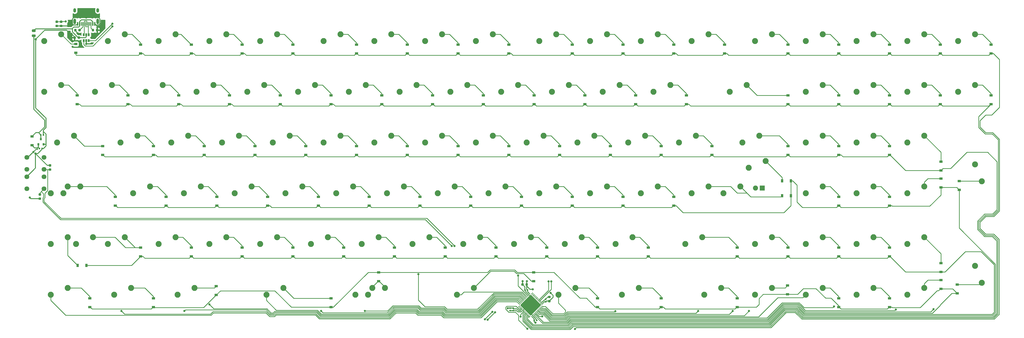
<source format=gbr>
G04 #@! TF.GenerationSoftware,KiCad,Pcbnew,(5.1.7)-1*
G04 #@! TF.CreationDate,2020-11-02T12:32:22-08:00*
G04 #@! TF.ProjectId,PCBV2,50434256-322e-46b6-9963-61645f706362,rev?*
G04 #@! TF.SameCoordinates,Original*
G04 #@! TF.FileFunction,Copper,L2,Bot*
G04 #@! TF.FilePolarity,Positive*
%FSLAX46Y46*%
G04 Gerber Fmt 4.6, Leading zero omitted, Abs format (unit mm)*
G04 Created by KiCad (PCBNEW (5.1.7)-1) date 2020-11-02 12:32:22*
%MOMM*%
%LPD*%
G01*
G04 APERTURE LIST*
G04 #@! TA.AperFunction,ComponentPad*
%ADD10R,1.905000X1.905000*%
G04 #@! TD*
G04 #@! TA.AperFunction,ComponentPad*
%ADD11C,1.905000*%
G04 #@! TD*
G04 #@! TA.AperFunction,ComponentPad*
%ADD12C,2.250000*%
G04 #@! TD*
G04 #@! TA.AperFunction,SMDPad,CuDef*
%ADD13R,0.900000X1.200000*%
G04 #@! TD*
G04 #@! TA.AperFunction,SMDPad,CuDef*
%ADD14R,0.650000X1.060000*%
G04 #@! TD*
G04 #@! TA.AperFunction,SMDPad,CuDef*
%ADD15R,1.200000X0.900000*%
G04 #@! TD*
G04 #@! TA.AperFunction,SMDPad,CuDef*
%ADD16R,0.600000X1.450000*%
G04 #@! TD*
G04 #@! TA.AperFunction,SMDPad,CuDef*
%ADD17R,0.300000X1.450000*%
G04 #@! TD*
G04 #@! TA.AperFunction,ComponentPad*
%ADD18O,1.000000X2.100000*%
G04 #@! TD*
G04 #@! TA.AperFunction,ComponentPad*
%ADD19O,1.000000X1.600000*%
G04 #@! TD*
G04 #@! TA.AperFunction,SMDPad,CuDef*
%ADD20R,0.800000X0.900000*%
G04 #@! TD*
G04 #@! TA.AperFunction,ComponentPad*
%ADD21C,1.800000*%
G04 #@! TD*
G04 #@! TA.AperFunction,ViaPad*
%ADD22C,0.800000*%
G04 #@! TD*
G04 #@! TA.AperFunction,Conductor*
%ADD23C,0.304800*%
G04 #@! TD*
G04 #@! TA.AperFunction,Conductor*
%ADD24C,0.279400*%
G04 #@! TD*
G04 #@! TA.AperFunction,Conductor*
%ADD25C,0.254000*%
G04 #@! TD*
G04 #@! TA.AperFunction,Conductor*
%ADD26C,0.100000*%
G04 #@! TD*
G04 APERTURE END LIST*
D10*
X364807500Y-144780000D03*
D11*
X362267500Y-144780000D03*
D12*
X359727500Y-137160000D03*
X366077500Y-134620000D03*
X256568575Y-182245000D03*
X250218575Y-184785000D03*
X185102500Y-182245000D03*
X178752500Y-184785000D03*
X223202500Y-182245000D03*
X216852500Y-184785000D03*
X104140000Y-163195000D03*
X97790000Y-165735000D03*
X125571250Y-163195000D03*
X119221250Y-165735000D03*
D13*
X107887500Y-173831250D03*
X111187500Y-173831250D03*
D12*
X344646250Y-144145000D03*
X338296250Y-146685000D03*
D13*
X372206250Y-142081250D03*
X375506250Y-142081250D03*
D12*
X104140000Y-144145000D03*
X97790000Y-146685000D03*
X101758750Y-86995000D03*
X95408750Y-89535000D03*
D14*
X111125000Y-87165000D03*
X112075000Y-87165000D03*
X110175000Y-87165000D03*
X110175000Y-89365000D03*
X111125000Y-89365000D03*
X112075000Y-89365000D03*
G04 #@! TA.AperFunction,SMDPad,CuDef*
G36*
G01*
X107919000Y-88521250D02*
X107919000Y-88008750D01*
G75*
G02*
X108137750Y-87790000I218750J0D01*
G01*
X108575250Y-87790000D01*
G75*
G02*
X108794000Y-88008750I0J-218750D01*
G01*
X108794000Y-88521250D01*
G75*
G02*
X108575250Y-88740000I-218750J0D01*
G01*
X108137750Y-88740000D01*
G75*
G02*
X107919000Y-88521250I0J218750D01*
G01*
G37*
G04 #@! TD.AperFunction*
G04 #@! TA.AperFunction,SMDPad,CuDef*
G36*
G01*
X106344000Y-88521250D02*
X106344000Y-88008750D01*
G75*
G02*
X106562750Y-87790000I218750J0D01*
G01*
X107000250Y-87790000D01*
G75*
G02*
X107219000Y-88008750I0J-218750D01*
G01*
X107219000Y-88521250D01*
G75*
G02*
X107000250Y-88740000I-218750J0D01*
G01*
X106562750Y-88740000D01*
G75*
G02*
X106344000Y-88521250I0J218750D01*
G01*
G37*
G04 #@! TD.AperFunction*
G04 #@! TA.AperFunction,SMDPad,CuDef*
G36*
G01*
X114777000Y-85727250D02*
X114777000Y-85214750D01*
G75*
G02*
X114995750Y-84996000I218750J0D01*
G01*
X115433250Y-84996000D01*
G75*
G02*
X115652000Y-85214750I0J-218750D01*
G01*
X115652000Y-85727250D01*
G75*
G02*
X115433250Y-85946000I-218750J0D01*
G01*
X114995750Y-85946000D01*
G75*
G02*
X114777000Y-85727250I0J218750D01*
G01*
G37*
G04 #@! TD.AperFunction*
G04 #@! TA.AperFunction,SMDPad,CuDef*
G36*
G01*
X113202000Y-85727250D02*
X113202000Y-85214750D01*
G75*
G02*
X113420750Y-84996000I218750J0D01*
G01*
X113858250Y-84996000D01*
G75*
G02*
X114077000Y-85214750I0J-218750D01*
G01*
X114077000Y-85727250D01*
G75*
G02*
X113858250Y-85946000I-218750J0D01*
G01*
X113420750Y-85946000D01*
G75*
G02*
X113202000Y-85727250I0J218750D01*
G01*
G37*
G04 #@! TD.AperFunction*
G04 #@! TA.AperFunction,SMDPad,CuDef*
G36*
G01*
X107473000Y-85214750D02*
X107473000Y-85727250D01*
G75*
G02*
X107254250Y-85946000I-218750J0D01*
G01*
X106816750Y-85946000D01*
G75*
G02*
X106598000Y-85727250I0J218750D01*
G01*
X106598000Y-85214750D01*
G75*
G02*
X106816750Y-84996000I218750J0D01*
G01*
X107254250Y-84996000D01*
G75*
G02*
X107473000Y-85214750I0J-218750D01*
G01*
G37*
G04 #@! TD.AperFunction*
G04 #@! TA.AperFunction,SMDPad,CuDef*
G36*
G01*
X109048000Y-85214750D02*
X109048000Y-85727250D01*
G75*
G02*
X108829250Y-85946000I-218750J0D01*
G01*
X108391750Y-85946000D01*
G75*
G02*
X108173000Y-85727250I0J218750D01*
G01*
X108173000Y-85214750D01*
G75*
G02*
X108391750Y-84996000I218750J0D01*
G01*
X108829250Y-84996000D01*
G75*
G02*
X109048000Y-85214750I0J-218750D01*
G01*
G37*
G04 #@! TD.AperFunction*
G04 #@! TA.AperFunction,SMDPad,CuDef*
G36*
G01*
X101464400Y-83458800D02*
X101976900Y-83458800D01*
G75*
G02*
X102195650Y-83677550I0J-218750D01*
G01*
X102195650Y-84115050D01*
G75*
G02*
X101976900Y-84333800I-218750J0D01*
G01*
X101464400Y-84333800D01*
G75*
G02*
X101245650Y-84115050I0J218750D01*
G01*
X101245650Y-83677550D01*
G75*
G02*
X101464400Y-83458800I218750J0D01*
G01*
G37*
G04 #@! TD.AperFunction*
G04 #@! TA.AperFunction,SMDPad,CuDef*
G36*
G01*
X101464400Y-81883800D02*
X101976900Y-81883800D01*
G75*
G02*
X102195650Y-82102550I0J-218750D01*
G01*
X102195650Y-82540050D01*
G75*
G02*
X101976900Y-82758800I-218750J0D01*
G01*
X101464400Y-82758800D01*
G75*
G02*
X101245650Y-82540050I0J218750D01*
G01*
X101245650Y-82102550D01*
G75*
G02*
X101464400Y-81883800I218750J0D01*
G01*
G37*
G04 #@! TD.AperFunction*
G04 #@! TA.AperFunction,SMDPad,CuDef*
G36*
G01*
X100325900Y-82758800D02*
X99813400Y-82758800D01*
G75*
G02*
X99594650Y-82540050I0J218750D01*
G01*
X99594650Y-82102550D01*
G75*
G02*
X99813400Y-81883800I218750J0D01*
G01*
X100325900Y-81883800D01*
G75*
G02*
X100544650Y-82102550I0J-218750D01*
G01*
X100544650Y-82540050D01*
G75*
G02*
X100325900Y-82758800I-218750J0D01*
G01*
G37*
G04 #@! TD.AperFunction*
G04 #@! TA.AperFunction,SMDPad,CuDef*
G36*
G01*
X100325900Y-84333800D02*
X99813400Y-84333800D01*
G75*
G02*
X99594650Y-84115050I0J218750D01*
G01*
X99594650Y-83677550D01*
G75*
G02*
X99813400Y-83458800I218750J0D01*
G01*
X100325900Y-83458800D01*
G75*
G02*
X100544650Y-83677550I0J-218750D01*
G01*
X100544650Y-84115050D01*
G75*
G02*
X100325900Y-84333800I-218750J0D01*
G01*
G37*
G04 #@! TD.AperFunction*
D12*
X125571250Y-86995000D03*
X119221250Y-89535000D03*
D15*
X90773250Y-128713500D03*
X90773250Y-125413500D03*
D12*
X447198750Y-142240000D03*
X444658750Y-135890000D03*
X106521250Y-125095000D03*
X100171250Y-127635000D03*
X339883750Y-125095000D03*
X333533750Y-127635000D03*
X320833750Y-125095000D03*
X314483750Y-127635000D03*
X301783750Y-125095000D03*
X295433750Y-127635000D03*
X282733750Y-125095000D03*
X276383750Y-127635000D03*
X263683750Y-125095000D03*
X257333750Y-127635000D03*
X244633750Y-125095000D03*
X238283750Y-127635000D03*
X225583750Y-125095000D03*
X219233750Y-127635000D03*
X206533750Y-125095000D03*
X200183750Y-127635000D03*
X187483750Y-125095000D03*
X181133750Y-127635000D03*
X168433750Y-125095000D03*
X162083750Y-127635000D03*
X149383750Y-125095000D03*
X143033750Y-127635000D03*
X130333750Y-125095000D03*
X123983750Y-127635000D03*
X447198750Y-180340000D03*
X444658750Y-173990000D03*
X425608750Y-182245000D03*
X419258750Y-184785000D03*
X406558750Y-182245000D03*
X400208750Y-184785000D03*
X387508750Y-182245000D03*
X381158750Y-184785000D03*
X368458750Y-182245000D03*
X362108750Y-184785000D03*
X349408750Y-182245000D03*
X343058750Y-184785000D03*
X318452500Y-182245000D03*
X312102500Y-184785000D03*
X294640000Y-182245000D03*
X288290000Y-184785000D03*
X218440000Y-182245000D03*
X212090000Y-184785000D03*
X151765000Y-182245000D03*
X145415000Y-184785000D03*
X127952500Y-182245000D03*
X121602500Y-184785000D03*
X104140000Y-182245000D03*
X97790000Y-184785000D03*
X425608750Y-163195000D03*
X419258750Y-165735000D03*
X406558750Y-163195000D03*
X400208750Y-165735000D03*
X387508750Y-163195000D03*
X381158750Y-165735000D03*
X368458750Y-163195000D03*
X362108750Y-165735000D03*
X342265000Y-163195000D03*
X335915000Y-165735000D03*
X316071250Y-163195000D03*
X309721250Y-165735000D03*
X297021250Y-163195000D03*
X290671250Y-165735000D03*
X277971250Y-163195000D03*
X271621250Y-165735000D03*
X258921250Y-163195000D03*
X252571250Y-165735000D03*
X239871250Y-163195000D03*
X233521250Y-165735000D03*
X220821250Y-163195000D03*
X214471250Y-165735000D03*
X201771250Y-163195000D03*
X195421250Y-165735000D03*
X182721250Y-163195000D03*
X176371250Y-165735000D03*
X163671250Y-163195000D03*
X157321250Y-165735000D03*
X144621250Y-163195000D03*
X138271250Y-165735000D03*
X113665000Y-163195000D03*
X107315000Y-165735000D03*
X425608750Y-144145000D03*
X419258750Y-146685000D03*
X406558750Y-144145000D03*
X400208750Y-146685000D03*
X387508750Y-144145000D03*
X381158750Y-146685000D03*
X356552500Y-144145000D03*
X350202500Y-146685000D03*
X325596250Y-144145000D03*
X319246250Y-146685000D03*
X306546250Y-144145000D03*
X300196250Y-146685000D03*
X287496250Y-144145000D03*
X281146250Y-146685000D03*
X268446250Y-144145000D03*
X262096250Y-146685000D03*
X249396250Y-144145000D03*
X243046250Y-146685000D03*
X230346250Y-144145000D03*
X223996250Y-146685000D03*
X211296250Y-144145000D03*
X204946250Y-146685000D03*
X192246250Y-144145000D03*
X185896250Y-146685000D03*
X173196250Y-144145000D03*
X166846250Y-146685000D03*
X154146250Y-144145000D03*
X147796250Y-146685000D03*
X135096250Y-144145000D03*
X128746250Y-146685000D03*
X108902500Y-144145000D03*
X102552500Y-146685000D03*
X425608750Y-125095000D03*
X419258750Y-127635000D03*
X406558750Y-125095000D03*
X400208750Y-127635000D03*
X387508750Y-125095000D03*
X381158750Y-127635000D03*
X363696250Y-125095000D03*
X357346250Y-127635000D03*
X444658750Y-106045000D03*
X438308750Y-108585000D03*
X425608750Y-106045000D03*
X419258750Y-108585000D03*
X406558750Y-106045000D03*
X400208750Y-108585000D03*
X387508750Y-106045000D03*
X381158750Y-108585000D03*
X358933750Y-106045000D03*
X352583750Y-108585000D03*
X330358750Y-106045000D03*
X324008750Y-108585000D03*
X311308750Y-106045000D03*
X304958750Y-108585000D03*
X292258750Y-106045000D03*
X285908750Y-108585000D03*
X273208750Y-106045000D03*
X266858750Y-108585000D03*
X254158750Y-106045000D03*
X247808750Y-108585000D03*
X235108750Y-106045000D03*
X228758750Y-108585000D03*
X216058750Y-106045000D03*
X209708750Y-108585000D03*
X197008750Y-106045000D03*
X190658750Y-108585000D03*
X177958750Y-106045000D03*
X171608750Y-108585000D03*
X158908750Y-106045000D03*
X152558750Y-108585000D03*
X139858750Y-106045000D03*
X133508750Y-108585000D03*
X120808750Y-106045000D03*
X114458750Y-108585000D03*
X101758750Y-106045000D03*
X95408750Y-108585000D03*
X444658750Y-86995000D03*
X438308750Y-89535000D03*
X425608750Y-86995000D03*
X419258750Y-89535000D03*
X406558750Y-86995000D03*
X400208750Y-89535000D03*
X387508750Y-86995000D03*
X381158750Y-89535000D03*
X368458750Y-86995000D03*
X362108750Y-89535000D03*
X344646250Y-86995000D03*
X338296250Y-89535000D03*
X325596250Y-86995000D03*
X319246250Y-89535000D03*
X306546250Y-86995000D03*
X300196250Y-89535000D03*
X287496250Y-86995000D03*
X281146250Y-89535000D03*
X263683750Y-86995000D03*
X257333750Y-89535000D03*
X244633750Y-86995000D03*
X238283750Y-89535000D03*
X225583750Y-86995000D03*
X219233750Y-89535000D03*
X206533750Y-86995000D03*
X200183750Y-89535000D03*
X182721250Y-86995000D03*
X176371250Y-89535000D03*
X163671250Y-86995000D03*
X157321250Y-89535000D03*
X144621250Y-86995000D03*
X138271250Y-89535000D03*
D16*
X114350000Y-83101250D03*
X107900000Y-83101250D03*
X113575000Y-83101250D03*
X108675000Y-83101250D03*
D17*
X109375000Y-83101250D03*
X112875000Y-83101250D03*
X109875000Y-83101250D03*
X112375000Y-83101250D03*
X110375000Y-83101250D03*
X111875000Y-83101250D03*
X111375000Y-83101250D03*
X110875000Y-83101250D03*
D18*
X106805000Y-82186250D03*
X115445000Y-82186250D03*
D19*
X106805000Y-78006250D03*
X115445000Y-78006250D03*
D20*
X94126050Y-126355600D03*
X93176050Y-128355600D03*
X95076050Y-128355600D03*
G04 #@! TA.AperFunction,SMDPad,CuDef*
G36*
G01*
X278571314Y-193449475D02*
X278040984Y-192919145D01*
G75*
G02*
X278040984Y-192830757I44194J44194D01*
G01*
X278129372Y-192742369D01*
G75*
G02*
X278217760Y-192742369I44194J-44194D01*
G01*
X278748090Y-193272699D01*
G75*
G02*
X278748090Y-193361087I-44194J-44194D01*
G01*
X278659702Y-193449475D01*
G75*
G02*
X278571314Y-193449475I-44194J44194D01*
G01*
G37*
G04 #@! TD.AperFunction*
G04 #@! TA.AperFunction,SMDPad,CuDef*
G36*
G01*
X278924867Y-193095922D02*
X278394537Y-192565592D01*
G75*
G02*
X278394537Y-192477204I44194J44194D01*
G01*
X278482925Y-192388816D01*
G75*
G02*
X278571313Y-192388816I44194J-44194D01*
G01*
X279101643Y-192919146D01*
G75*
G02*
X279101643Y-193007534I-44194J-44194D01*
G01*
X279013255Y-193095922D01*
G75*
G02*
X278924867Y-193095922I-44194J44194D01*
G01*
G37*
G04 #@! TD.AperFunction*
G04 #@! TA.AperFunction,SMDPad,CuDef*
G36*
G01*
X279278421Y-192742368D02*
X278748091Y-192212038D01*
G75*
G02*
X278748091Y-192123650I44194J44194D01*
G01*
X278836479Y-192035262D01*
G75*
G02*
X278924867Y-192035262I44194J-44194D01*
G01*
X279455197Y-192565592D01*
G75*
G02*
X279455197Y-192653980I-44194J-44194D01*
G01*
X279366809Y-192742368D01*
G75*
G02*
X279278421Y-192742368I-44194J44194D01*
G01*
G37*
G04 #@! TD.AperFunction*
G04 #@! TA.AperFunction,SMDPad,CuDef*
G36*
G01*
X279631974Y-192388815D02*
X279101644Y-191858485D01*
G75*
G02*
X279101644Y-191770097I44194J44194D01*
G01*
X279190032Y-191681709D01*
G75*
G02*
X279278420Y-191681709I44194J-44194D01*
G01*
X279808750Y-192212039D01*
G75*
G02*
X279808750Y-192300427I-44194J-44194D01*
G01*
X279720362Y-192388815D01*
G75*
G02*
X279631974Y-192388815I-44194J44194D01*
G01*
G37*
G04 #@! TD.AperFunction*
G04 #@! TA.AperFunction,SMDPad,CuDef*
G36*
G01*
X279985527Y-192035262D02*
X279455197Y-191504932D01*
G75*
G02*
X279455197Y-191416544I44194J44194D01*
G01*
X279543585Y-191328156D01*
G75*
G02*
X279631973Y-191328156I44194J-44194D01*
G01*
X280162303Y-191858486D01*
G75*
G02*
X280162303Y-191946874I-44194J-44194D01*
G01*
X280073915Y-192035262D01*
G75*
G02*
X279985527Y-192035262I-44194J44194D01*
G01*
G37*
G04 #@! TD.AperFunction*
G04 #@! TA.AperFunction,SMDPad,CuDef*
G36*
G01*
X280339081Y-191681708D02*
X279808751Y-191151378D01*
G75*
G02*
X279808751Y-191062990I44194J44194D01*
G01*
X279897139Y-190974602D01*
G75*
G02*
X279985527Y-190974602I44194J-44194D01*
G01*
X280515857Y-191504932D01*
G75*
G02*
X280515857Y-191593320I-44194J-44194D01*
G01*
X280427469Y-191681708D01*
G75*
G02*
X280339081Y-191681708I-44194J44194D01*
G01*
G37*
G04 #@! TD.AperFunction*
G04 #@! TA.AperFunction,SMDPad,CuDef*
G36*
G01*
X280692634Y-191328155D02*
X280162304Y-190797825D01*
G75*
G02*
X280162304Y-190709437I44194J44194D01*
G01*
X280250692Y-190621049D01*
G75*
G02*
X280339080Y-190621049I44194J-44194D01*
G01*
X280869410Y-191151379D01*
G75*
G02*
X280869410Y-191239767I-44194J-44194D01*
G01*
X280781022Y-191328155D01*
G75*
G02*
X280692634Y-191328155I-44194J44194D01*
G01*
G37*
G04 #@! TD.AperFunction*
G04 #@! TA.AperFunction,SMDPad,CuDef*
G36*
G01*
X281046188Y-190974601D02*
X280515858Y-190444271D01*
G75*
G02*
X280515858Y-190355883I44194J44194D01*
G01*
X280604246Y-190267495D01*
G75*
G02*
X280692634Y-190267495I44194J-44194D01*
G01*
X281222964Y-190797825D01*
G75*
G02*
X281222964Y-190886213I-44194J-44194D01*
G01*
X281134576Y-190974601D01*
G75*
G02*
X281046188Y-190974601I-44194J44194D01*
G01*
G37*
G04 #@! TD.AperFunction*
G04 #@! TA.AperFunction,SMDPad,CuDef*
G36*
G01*
X281399741Y-190621048D02*
X280869411Y-190090718D01*
G75*
G02*
X280869411Y-190002330I44194J44194D01*
G01*
X280957799Y-189913942D01*
G75*
G02*
X281046187Y-189913942I44194J-44194D01*
G01*
X281576517Y-190444272D01*
G75*
G02*
X281576517Y-190532660I-44194J-44194D01*
G01*
X281488129Y-190621048D01*
G75*
G02*
X281399741Y-190621048I-44194J44194D01*
G01*
G37*
G04 #@! TD.AperFunction*
G04 #@! TA.AperFunction,SMDPad,CuDef*
G36*
G01*
X281753294Y-190267495D02*
X281222964Y-189737165D01*
G75*
G02*
X281222964Y-189648777I44194J44194D01*
G01*
X281311352Y-189560389D01*
G75*
G02*
X281399740Y-189560389I44194J-44194D01*
G01*
X281930070Y-190090719D01*
G75*
G02*
X281930070Y-190179107I-44194J-44194D01*
G01*
X281841682Y-190267495D01*
G75*
G02*
X281753294Y-190267495I-44194J44194D01*
G01*
G37*
G04 #@! TD.AperFunction*
G04 #@! TA.AperFunction,SMDPad,CuDef*
G36*
G01*
X282106848Y-189913941D02*
X281576518Y-189383611D01*
G75*
G02*
X281576518Y-189295223I44194J44194D01*
G01*
X281664906Y-189206835D01*
G75*
G02*
X281753294Y-189206835I44194J-44194D01*
G01*
X282283624Y-189737165D01*
G75*
G02*
X282283624Y-189825553I-44194J-44194D01*
G01*
X282195236Y-189913941D01*
G75*
G02*
X282106848Y-189913941I-44194J44194D01*
G01*
G37*
G04 #@! TD.AperFunction*
G04 #@! TA.AperFunction,SMDPad,CuDef*
G36*
G01*
X282460401Y-189560388D02*
X281930071Y-189030058D01*
G75*
G02*
X281930071Y-188941670I44194J44194D01*
G01*
X282018459Y-188853282D01*
G75*
G02*
X282106847Y-188853282I44194J-44194D01*
G01*
X282637177Y-189383612D01*
G75*
G02*
X282637177Y-189472000I-44194J-44194D01*
G01*
X282548789Y-189560388D01*
G75*
G02*
X282460401Y-189560388I-44194J44194D01*
G01*
G37*
G04 #@! TD.AperFunction*
G04 #@! TA.AperFunction,SMDPad,CuDef*
G36*
G01*
X282018459Y-188588116D02*
X281930071Y-188499728D01*
G75*
G02*
X281930071Y-188411340I44194J44194D01*
G01*
X282460401Y-187881010D01*
G75*
G02*
X282548789Y-187881010I44194J-44194D01*
G01*
X282637177Y-187969398D01*
G75*
G02*
X282637177Y-188057786I-44194J-44194D01*
G01*
X282106847Y-188588116D01*
G75*
G02*
X282018459Y-188588116I-44194J44194D01*
G01*
G37*
G04 #@! TD.AperFunction*
G04 #@! TA.AperFunction,SMDPad,CuDef*
G36*
G01*
X281664906Y-188234563D02*
X281576518Y-188146175D01*
G75*
G02*
X281576518Y-188057787I44194J44194D01*
G01*
X282106848Y-187527457D01*
G75*
G02*
X282195236Y-187527457I44194J-44194D01*
G01*
X282283624Y-187615845D01*
G75*
G02*
X282283624Y-187704233I-44194J-44194D01*
G01*
X281753294Y-188234563D01*
G75*
G02*
X281664906Y-188234563I-44194J44194D01*
G01*
G37*
G04 #@! TD.AperFunction*
G04 #@! TA.AperFunction,SMDPad,CuDef*
G36*
G01*
X281311352Y-187881009D02*
X281222964Y-187792621D01*
G75*
G02*
X281222964Y-187704233I44194J44194D01*
G01*
X281753294Y-187173903D01*
G75*
G02*
X281841682Y-187173903I44194J-44194D01*
G01*
X281930070Y-187262291D01*
G75*
G02*
X281930070Y-187350679I-44194J-44194D01*
G01*
X281399740Y-187881009D01*
G75*
G02*
X281311352Y-187881009I-44194J44194D01*
G01*
G37*
G04 #@! TD.AperFunction*
G04 #@! TA.AperFunction,SMDPad,CuDef*
G36*
G01*
X280957799Y-187527456D02*
X280869411Y-187439068D01*
G75*
G02*
X280869411Y-187350680I44194J44194D01*
G01*
X281399741Y-186820350D01*
G75*
G02*
X281488129Y-186820350I44194J-44194D01*
G01*
X281576517Y-186908738D01*
G75*
G02*
X281576517Y-186997126I-44194J-44194D01*
G01*
X281046187Y-187527456D01*
G75*
G02*
X280957799Y-187527456I-44194J44194D01*
G01*
G37*
G04 #@! TD.AperFunction*
G04 #@! TA.AperFunction,SMDPad,CuDef*
G36*
G01*
X280604246Y-187173903D02*
X280515858Y-187085515D01*
G75*
G02*
X280515858Y-186997127I44194J44194D01*
G01*
X281046188Y-186466797D01*
G75*
G02*
X281134576Y-186466797I44194J-44194D01*
G01*
X281222964Y-186555185D01*
G75*
G02*
X281222964Y-186643573I-44194J-44194D01*
G01*
X280692634Y-187173903D01*
G75*
G02*
X280604246Y-187173903I-44194J44194D01*
G01*
G37*
G04 #@! TD.AperFunction*
G04 #@! TA.AperFunction,SMDPad,CuDef*
G36*
G01*
X280250692Y-186820349D02*
X280162304Y-186731961D01*
G75*
G02*
X280162304Y-186643573I44194J44194D01*
G01*
X280692634Y-186113243D01*
G75*
G02*
X280781022Y-186113243I44194J-44194D01*
G01*
X280869410Y-186201631D01*
G75*
G02*
X280869410Y-186290019I-44194J-44194D01*
G01*
X280339080Y-186820349D01*
G75*
G02*
X280250692Y-186820349I-44194J44194D01*
G01*
G37*
G04 #@! TD.AperFunction*
G04 #@! TA.AperFunction,SMDPad,CuDef*
G36*
G01*
X279897139Y-186466796D02*
X279808751Y-186378408D01*
G75*
G02*
X279808751Y-186290020I44194J44194D01*
G01*
X280339081Y-185759690D01*
G75*
G02*
X280427469Y-185759690I44194J-44194D01*
G01*
X280515857Y-185848078D01*
G75*
G02*
X280515857Y-185936466I-44194J-44194D01*
G01*
X279985527Y-186466796D01*
G75*
G02*
X279897139Y-186466796I-44194J44194D01*
G01*
G37*
G04 #@! TD.AperFunction*
G04 #@! TA.AperFunction,SMDPad,CuDef*
G36*
G01*
X279543585Y-186113242D02*
X279455197Y-186024854D01*
G75*
G02*
X279455197Y-185936466I44194J44194D01*
G01*
X279985527Y-185406136D01*
G75*
G02*
X280073915Y-185406136I44194J-44194D01*
G01*
X280162303Y-185494524D01*
G75*
G02*
X280162303Y-185582912I-44194J-44194D01*
G01*
X279631973Y-186113242D01*
G75*
G02*
X279543585Y-186113242I-44194J44194D01*
G01*
G37*
G04 #@! TD.AperFunction*
G04 #@! TA.AperFunction,SMDPad,CuDef*
G36*
G01*
X279190032Y-185759689D02*
X279101644Y-185671301D01*
G75*
G02*
X279101644Y-185582913I44194J44194D01*
G01*
X279631974Y-185052583D01*
G75*
G02*
X279720362Y-185052583I44194J-44194D01*
G01*
X279808750Y-185140971D01*
G75*
G02*
X279808750Y-185229359I-44194J-44194D01*
G01*
X279278420Y-185759689D01*
G75*
G02*
X279190032Y-185759689I-44194J44194D01*
G01*
G37*
G04 #@! TD.AperFunction*
G04 #@! TA.AperFunction,SMDPad,CuDef*
G36*
G01*
X278836479Y-185406136D02*
X278748091Y-185317748D01*
G75*
G02*
X278748091Y-185229360I44194J44194D01*
G01*
X279278421Y-184699030D01*
G75*
G02*
X279366809Y-184699030I44194J-44194D01*
G01*
X279455197Y-184787418D01*
G75*
G02*
X279455197Y-184875806I-44194J-44194D01*
G01*
X278924867Y-185406136D01*
G75*
G02*
X278836479Y-185406136I-44194J44194D01*
G01*
G37*
G04 #@! TD.AperFunction*
G04 #@! TA.AperFunction,SMDPad,CuDef*
G36*
G01*
X278482925Y-185052582D02*
X278394537Y-184964194D01*
G75*
G02*
X278394537Y-184875806I44194J44194D01*
G01*
X278924867Y-184345476D01*
G75*
G02*
X279013255Y-184345476I44194J-44194D01*
G01*
X279101643Y-184433864D01*
G75*
G02*
X279101643Y-184522252I-44194J-44194D01*
G01*
X278571313Y-185052582D01*
G75*
G02*
X278482925Y-185052582I-44194J44194D01*
G01*
G37*
G04 #@! TD.AperFunction*
G04 #@! TA.AperFunction,SMDPad,CuDef*
G36*
G01*
X278129372Y-184699029D02*
X278040984Y-184610641D01*
G75*
G02*
X278040984Y-184522253I44194J44194D01*
G01*
X278571314Y-183991923D01*
G75*
G02*
X278659702Y-183991923I44194J-44194D01*
G01*
X278748090Y-184080311D01*
G75*
G02*
X278748090Y-184168699I-44194J-44194D01*
G01*
X278217760Y-184699029D01*
G75*
G02*
X278129372Y-184699029I-44194J44194D01*
G01*
G37*
G04 #@! TD.AperFunction*
G04 #@! TA.AperFunction,SMDPad,CuDef*
G36*
G01*
X277599042Y-184699029D02*
X277068712Y-184168699D01*
G75*
G02*
X277068712Y-184080311I44194J44194D01*
G01*
X277157100Y-183991923D01*
G75*
G02*
X277245488Y-183991923I44194J-44194D01*
G01*
X277775818Y-184522253D01*
G75*
G02*
X277775818Y-184610641I-44194J-44194D01*
G01*
X277687430Y-184699029D01*
G75*
G02*
X277599042Y-184699029I-44194J44194D01*
G01*
G37*
G04 #@! TD.AperFunction*
G04 #@! TA.AperFunction,SMDPad,CuDef*
G36*
G01*
X277245489Y-185052582D02*
X276715159Y-184522252D01*
G75*
G02*
X276715159Y-184433864I44194J44194D01*
G01*
X276803547Y-184345476D01*
G75*
G02*
X276891935Y-184345476I44194J-44194D01*
G01*
X277422265Y-184875806D01*
G75*
G02*
X277422265Y-184964194I-44194J-44194D01*
G01*
X277333877Y-185052582D01*
G75*
G02*
X277245489Y-185052582I-44194J44194D01*
G01*
G37*
G04 #@! TD.AperFunction*
G04 #@! TA.AperFunction,SMDPad,CuDef*
G36*
G01*
X276891935Y-185406136D02*
X276361605Y-184875806D01*
G75*
G02*
X276361605Y-184787418I44194J44194D01*
G01*
X276449993Y-184699030D01*
G75*
G02*
X276538381Y-184699030I44194J-44194D01*
G01*
X277068711Y-185229360D01*
G75*
G02*
X277068711Y-185317748I-44194J-44194D01*
G01*
X276980323Y-185406136D01*
G75*
G02*
X276891935Y-185406136I-44194J44194D01*
G01*
G37*
G04 #@! TD.AperFunction*
G04 #@! TA.AperFunction,SMDPad,CuDef*
G36*
G01*
X276538382Y-185759689D02*
X276008052Y-185229359D01*
G75*
G02*
X276008052Y-185140971I44194J44194D01*
G01*
X276096440Y-185052583D01*
G75*
G02*
X276184828Y-185052583I44194J-44194D01*
G01*
X276715158Y-185582913D01*
G75*
G02*
X276715158Y-185671301I-44194J-44194D01*
G01*
X276626770Y-185759689D01*
G75*
G02*
X276538382Y-185759689I-44194J44194D01*
G01*
G37*
G04 #@! TD.AperFunction*
G04 #@! TA.AperFunction,SMDPad,CuDef*
G36*
G01*
X276184829Y-186113242D02*
X275654499Y-185582912D01*
G75*
G02*
X275654499Y-185494524I44194J44194D01*
G01*
X275742887Y-185406136D01*
G75*
G02*
X275831275Y-185406136I44194J-44194D01*
G01*
X276361605Y-185936466D01*
G75*
G02*
X276361605Y-186024854I-44194J-44194D01*
G01*
X276273217Y-186113242D01*
G75*
G02*
X276184829Y-186113242I-44194J44194D01*
G01*
G37*
G04 #@! TD.AperFunction*
G04 #@! TA.AperFunction,SMDPad,CuDef*
G36*
G01*
X275831275Y-186466796D02*
X275300945Y-185936466D01*
G75*
G02*
X275300945Y-185848078I44194J44194D01*
G01*
X275389333Y-185759690D01*
G75*
G02*
X275477721Y-185759690I44194J-44194D01*
G01*
X276008051Y-186290020D01*
G75*
G02*
X276008051Y-186378408I-44194J-44194D01*
G01*
X275919663Y-186466796D01*
G75*
G02*
X275831275Y-186466796I-44194J44194D01*
G01*
G37*
G04 #@! TD.AperFunction*
G04 #@! TA.AperFunction,SMDPad,CuDef*
G36*
G01*
X275477722Y-186820349D02*
X274947392Y-186290019D01*
G75*
G02*
X274947392Y-186201631I44194J44194D01*
G01*
X275035780Y-186113243D01*
G75*
G02*
X275124168Y-186113243I44194J-44194D01*
G01*
X275654498Y-186643573D01*
G75*
G02*
X275654498Y-186731961I-44194J-44194D01*
G01*
X275566110Y-186820349D01*
G75*
G02*
X275477722Y-186820349I-44194J44194D01*
G01*
G37*
G04 #@! TD.AperFunction*
G04 #@! TA.AperFunction,SMDPad,CuDef*
G36*
G01*
X275124168Y-187173903D02*
X274593838Y-186643573D01*
G75*
G02*
X274593838Y-186555185I44194J44194D01*
G01*
X274682226Y-186466797D01*
G75*
G02*
X274770614Y-186466797I44194J-44194D01*
G01*
X275300944Y-186997127D01*
G75*
G02*
X275300944Y-187085515I-44194J-44194D01*
G01*
X275212556Y-187173903D01*
G75*
G02*
X275124168Y-187173903I-44194J44194D01*
G01*
G37*
G04 #@! TD.AperFunction*
G04 #@! TA.AperFunction,SMDPad,CuDef*
G36*
G01*
X274770615Y-187527456D02*
X274240285Y-186997126D01*
G75*
G02*
X274240285Y-186908738I44194J44194D01*
G01*
X274328673Y-186820350D01*
G75*
G02*
X274417061Y-186820350I44194J-44194D01*
G01*
X274947391Y-187350680D01*
G75*
G02*
X274947391Y-187439068I-44194J-44194D01*
G01*
X274859003Y-187527456D01*
G75*
G02*
X274770615Y-187527456I-44194J44194D01*
G01*
G37*
G04 #@! TD.AperFunction*
G04 #@! TA.AperFunction,SMDPad,CuDef*
G36*
G01*
X274417062Y-187881009D02*
X273886732Y-187350679D01*
G75*
G02*
X273886732Y-187262291I44194J44194D01*
G01*
X273975120Y-187173903D01*
G75*
G02*
X274063508Y-187173903I44194J-44194D01*
G01*
X274593838Y-187704233D01*
G75*
G02*
X274593838Y-187792621I-44194J-44194D01*
G01*
X274505450Y-187881009D01*
G75*
G02*
X274417062Y-187881009I-44194J44194D01*
G01*
G37*
G04 #@! TD.AperFunction*
G04 #@! TA.AperFunction,SMDPad,CuDef*
G36*
G01*
X274063508Y-188234563D02*
X273533178Y-187704233D01*
G75*
G02*
X273533178Y-187615845I44194J44194D01*
G01*
X273621566Y-187527457D01*
G75*
G02*
X273709954Y-187527457I44194J-44194D01*
G01*
X274240284Y-188057787D01*
G75*
G02*
X274240284Y-188146175I-44194J-44194D01*
G01*
X274151896Y-188234563D01*
G75*
G02*
X274063508Y-188234563I-44194J44194D01*
G01*
G37*
G04 #@! TD.AperFunction*
G04 #@! TA.AperFunction,SMDPad,CuDef*
G36*
G01*
X273709955Y-188588116D02*
X273179625Y-188057786D01*
G75*
G02*
X273179625Y-187969398I44194J44194D01*
G01*
X273268013Y-187881010D01*
G75*
G02*
X273356401Y-187881010I44194J-44194D01*
G01*
X273886731Y-188411340D01*
G75*
G02*
X273886731Y-188499728I-44194J-44194D01*
G01*
X273798343Y-188588116D01*
G75*
G02*
X273709955Y-188588116I-44194J44194D01*
G01*
G37*
G04 #@! TD.AperFunction*
G04 #@! TA.AperFunction,SMDPad,CuDef*
G36*
G01*
X273268013Y-189560388D02*
X273179625Y-189472000D01*
G75*
G02*
X273179625Y-189383612I44194J44194D01*
G01*
X273709955Y-188853282D01*
G75*
G02*
X273798343Y-188853282I44194J-44194D01*
G01*
X273886731Y-188941670D01*
G75*
G02*
X273886731Y-189030058I-44194J-44194D01*
G01*
X273356401Y-189560388D01*
G75*
G02*
X273268013Y-189560388I-44194J44194D01*
G01*
G37*
G04 #@! TD.AperFunction*
G04 #@! TA.AperFunction,SMDPad,CuDef*
G36*
G01*
X273621566Y-189913941D02*
X273533178Y-189825553D01*
G75*
G02*
X273533178Y-189737165I44194J44194D01*
G01*
X274063508Y-189206835D01*
G75*
G02*
X274151896Y-189206835I44194J-44194D01*
G01*
X274240284Y-189295223D01*
G75*
G02*
X274240284Y-189383611I-44194J-44194D01*
G01*
X273709954Y-189913941D01*
G75*
G02*
X273621566Y-189913941I-44194J44194D01*
G01*
G37*
G04 #@! TD.AperFunction*
G04 #@! TA.AperFunction,SMDPad,CuDef*
G36*
G01*
X273975120Y-190267495D02*
X273886732Y-190179107D01*
G75*
G02*
X273886732Y-190090719I44194J44194D01*
G01*
X274417062Y-189560389D01*
G75*
G02*
X274505450Y-189560389I44194J-44194D01*
G01*
X274593838Y-189648777D01*
G75*
G02*
X274593838Y-189737165I-44194J-44194D01*
G01*
X274063508Y-190267495D01*
G75*
G02*
X273975120Y-190267495I-44194J44194D01*
G01*
G37*
G04 #@! TD.AperFunction*
G04 #@! TA.AperFunction,SMDPad,CuDef*
G36*
G01*
X274328673Y-190621048D02*
X274240285Y-190532660D01*
G75*
G02*
X274240285Y-190444272I44194J44194D01*
G01*
X274770615Y-189913942D01*
G75*
G02*
X274859003Y-189913942I44194J-44194D01*
G01*
X274947391Y-190002330D01*
G75*
G02*
X274947391Y-190090718I-44194J-44194D01*
G01*
X274417061Y-190621048D01*
G75*
G02*
X274328673Y-190621048I-44194J44194D01*
G01*
G37*
G04 #@! TD.AperFunction*
G04 #@! TA.AperFunction,SMDPad,CuDef*
G36*
G01*
X274682226Y-190974601D02*
X274593838Y-190886213D01*
G75*
G02*
X274593838Y-190797825I44194J44194D01*
G01*
X275124168Y-190267495D01*
G75*
G02*
X275212556Y-190267495I44194J-44194D01*
G01*
X275300944Y-190355883D01*
G75*
G02*
X275300944Y-190444271I-44194J-44194D01*
G01*
X274770614Y-190974601D01*
G75*
G02*
X274682226Y-190974601I-44194J44194D01*
G01*
G37*
G04 #@! TD.AperFunction*
G04 #@! TA.AperFunction,SMDPad,CuDef*
G36*
G01*
X275035780Y-191328155D02*
X274947392Y-191239767D01*
G75*
G02*
X274947392Y-191151379I44194J44194D01*
G01*
X275477722Y-190621049D01*
G75*
G02*
X275566110Y-190621049I44194J-44194D01*
G01*
X275654498Y-190709437D01*
G75*
G02*
X275654498Y-190797825I-44194J-44194D01*
G01*
X275124168Y-191328155D01*
G75*
G02*
X275035780Y-191328155I-44194J44194D01*
G01*
G37*
G04 #@! TD.AperFunction*
G04 #@! TA.AperFunction,SMDPad,CuDef*
G36*
G01*
X275389333Y-191681708D02*
X275300945Y-191593320D01*
G75*
G02*
X275300945Y-191504932I44194J44194D01*
G01*
X275831275Y-190974602D01*
G75*
G02*
X275919663Y-190974602I44194J-44194D01*
G01*
X276008051Y-191062990D01*
G75*
G02*
X276008051Y-191151378I-44194J-44194D01*
G01*
X275477721Y-191681708D01*
G75*
G02*
X275389333Y-191681708I-44194J44194D01*
G01*
G37*
G04 #@! TD.AperFunction*
G04 #@! TA.AperFunction,SMDPad,CuDef*
G36*
G01*
X275742887Y-192035262D02*
X275654499Y-191946874D01*
G75*
G02*
X275654499Y-191858486I44194J44194D01*
G01*
X276184829Y-191328156D01*
G75*
G02*
X276273217Y-191328156I44194J-44194D01*
G01*
X276361605Y-191416544D01*
G75*
G02*
X276361605Y-191504932I-44194J-44194D01*
G01*
X275831275Y-192035262D01*
G75*
G02*
X275742887Y-192035262I-44194J44194D01*
G01*
G37*
G04 #@! TD.AperFunction*
G04 #@! TA.AperFunction,SMDPad,CuDef*
G36*
G01*
X276096440Y-192388815D02*
X276008052Y-192300427D01*
G75*
G02*
X276008052Y-192212039I44194J44194D01*
G01*
X276538382Y-191681709D01*
G75*
G02*
X276626770Y-191681709I44194J-44194D01*
G01*
X276715158Y-191770097D01*
G75*
G02*
X276715158Y-191858485I-44194J-44194D01*
G01*
X276184828Y-192388815D01*
G75*
G02*
X276096440Y-192388815I-44194J44194D01*
G01*
G37*
G04 #@! TD.AperFunction*
G04 #@! TA.AperFunction,SMDPad,CuDef*
G36*
G01*
X276449993Y-192742368D02*
X276361605Y-192653980D01*
G75*
G02*
X276361605Y-192565592I44194J44194D01*
G01*
X276891935Y-192035262D01*
G75*
G02*
X276980323Y-192035262I44194J-44194D01*
G01*
X277068711Y-192123650D01*
G75*
G02*
X277068711Y-192212038I-44194J-44194D01*
G01*
X276538381Y-192742368D01*
G75*
G02*
X276449993Y-192742368I-44194J44194D01*
G01*
G37*
G04 #@! TD.AperFunction*
G04 #@! TA.AperFunction,SMDPad,CuDef*
G36*
G01*
X276803547Y-193095922D02*
X276715159Y-193007534D01*
G75*
G02*
X276715159Y-192919146I44194J44194D01*
G01*
X277245489Y-192388816D01*
G75*
G02*
X277333877Y-192388816I44194J-44194D01*
G01*
X277422265Y-192477204D01*
G75*
G02*
X277422265Y-192565592I-44194J-44194D01*
G01*
X276891935Y-193095922D01*
G75*
G02*
X276803547Y-193095922I-44194J44194D01*
G01*
G37*
G04 #@! TD.AperFunction*
G04 #@! TA.AperFunction,SMDPad,CuDef*
G36*
G01*
X277157100Y-193449475D02*
X277068712Y-193361087D01*
G75*
G02*
X277068712Y-193272699I44194J44194D01*
G01*
X277599042Y-192742369D01*
G75*
G02*
X277687430Y-192742369I44194J-44194D01*
G01*
X277775818Y-192830757D01*
G75*
G02*
X277775818Y-192919145I-44194J-44194D01*
G01*
X277245488Y-193449475D01*
G75*
G02*
X277157100Y-193449475I-44194J44194D01*
G01*
G37*
G04 #@! TD.AperFunction*
G04 #@! TA.AperFunction,SMDPad,CuDef*
G36*
G01*
X277731624Y-192503721D02*
X274125379Y-188897476D01*
G75*
G02*
X274125379Y-188543922I176777J176777D01*
G01*
X277731624Y-184937677D01*
G75*
G02*
X278085178Y-184937677I176777J-176777D01*
G01*
X281691423Y-188543922D01*
G75*
G02*
X281691423Y-188897476I-176777J-176777D01*
G01*
X278085178Y-192503721D01*
G75*
G02*
X277731624Y-192503721I-176777J176777D01*
G01*
G37*
G04 #@! TD.AperFunction*
D21*
X88825000Y-137759000D03*
X95325000Y-133259000D03*
X88825000Y-133259000D03*
X95325000Y-137759000D03*
X88825000Y-144998000D03*
X95325000Y-140498000D03*
X88825000Y-140498000D03*
X95325000Y-144998000D03*
G04 #@! TA.AperFunction,SMDPad,CuDef*
G36*
G01*
X97792250Y-136683000D02*
X97279750Y-136683000D01*
G75*
G02*
X97061000Y-136464250I0J218750D01*
G01*
X97061000Y-136026750D01*
G75*
G02*
X97279750Y-135808000I218750J0D01*
G01*
X97792250Y-135808000D01*
G75*
G02*
X98011000Y-136026750I0J-218750D01*
G01*
X98011000Y-136464250D01*
G75*
G02*
X97792250Y-136683000I-218750J0D01*
G01*
G37*
G04 #@! TD.AperFunction*
G04 #@! TA.AperFunction,SMDPad,CuDef*
G36*
G01*
X97792250Y-138258000D02*
X97279750Y-138258000D01*
G75*
G02*
X97061000Y-138039250I0J218750D01*
G01*
X97061000Y-137601750D01*
G75*
G02*
X97279750Y-137383000I218750J0D01*
G01*
X97792250Y-137383000D01*
G75*
G02*
X98011000Y-137601750I0J-218750D01*
G01*
X98011000Y-138039250D01*
G75*
G02*
X97792250Y-138258000I-218750J0D01*
G01*
G37*
G04 #@! TD.AperFunction*
G04 #@! TA.AperFunction,SMDPad,CuDef*
G36*
G01*
X93982250Y-147605000D02*
X93469750Y-147605000D01*
G75*
G02*
X93251000Y-147386250I0J218750D01*
G01*
X93251000Y-146948750D01*
G75*
G02*
X93469750Y-146730000I218750J0D01*
G01*
X93982250Y-146730000D01*
G75*
G02*
X94201000Y-146948750I0J-218750D01*
G01*
X94201000Y-147386250D01*
G75*
G02*
X93982250Y-147605000I-218750J0D01*
G01*
G37*
G04 #@! TD.AperFunction*
G04 #@! TA.AperFunction,SMDPad,CuDef*
G36*
G01*
X93982250Y-149180000D02*
X93469750Y-149180000D01*
G75*
G02*
X93251000Y-148961250I0J218750D01*
G01*
X93251000Y-148523750D01*
G75*
G02*
X93469750Y-148305000I218750J0D01*
G01*
X93982250Y-148305000D01*
G75*
G02*
X94201000Y-148523750I0J-218750D01*
G01*
X94201000Y-148961250D01*
G75*
G02*
X93982250Y-149180000I-218750J0D01*
G01*
G37*
G04 #@! TD.AperFunction*
G04 #@! TA.AperFunction,SMDPad,CuDef*
G36*
G01*
X91896250Y-86164000D02*
X90983750Y-86164000D01*
G75*
G02*
X90740000Y-85920250I0J243750D01*
G01*
X90740000Y-85432750D01*
G75*
G02*
X90983750Y-85189000I243750J0D01*
G01*
X91896250Y-85189000D01*
G75*
G02*
X92140000Y-85432750I0J-243750D01*
G01*
X92140000Y-85920250D01*
G75*
G02*
X91896250Y-86164000I-243750J0D01*
G01*
G37*
G04 #@! TD.AperFunction*
G04 #@! TA.AperFunction,SMDPad,CuDef*
G36*
G01*
X91896250Y-88039000D02*
X90983750Y-88039000D01*
G75*
G02*
X90740000Y-87795250I0J243750D01*
G01*
X90740000Y-87307750D01*
G75*
G02*
X90983750Y-87064000I243750J0D01*
G01*
X91896250Y-87064000D01*
G75*
G02*
X92140000Y-87307750I0J-243750D01*
G01*
X92140000Y-87795250D01*
G75*
G02*
X91896250Y-88039000I-243750J0D01*
G01*
G37*
G04 #@! TD.AperFunction*
G04 #@! TA.AperFunction,SMDPad,CuDef*
G36*
G01*
X94265250Y-130093500D02*
X94265250Y-129748500D01*
G75*
G02*
X94412750Y-129601000I147500J0D01*
G01*
X94707750Y-129601000D01*
G75*
G02*
X94855250Y-129748500I0J-147500D01*
G01*
X94855250Y-130093500D01*
G75*
G02*
X94707750Y-130241000I-147500J0D01*
G01*
X94412750Y-130241000D01*
G75*
G02*
X94265250Y-130093500I0J147500D01*
G01*
G37*
G04 #@! TD.AperFunction*
G04 #@! TA.AperFunction,SMDPad,CuDef*
G36*
G01*
X93295250Y-130093500D02*
X93295250Y-129748500D01*
G75*
G02*
X93442750Y-129601000I147500J0D01*
G01*
X93737750Y-129601000D01*
G75*
G02*
X93885250Y-129748500I0J-147500D01*
G01*
X93885250Y-130093500D01*
G75*
G02*
X93737750Y-130241000I-147500J0D01*
G01*
X93442750Y-130241000D01*
G75*
G02*
X93295250Y-130093500I0J147500D01*
G01*
G37*
G04 #@! TD.AperFunction*
G04 #@! TA.AperFunction,SMDPad,CuDef*
G36*
G01*
X94773250Y-125013500D02*
X94773250Y-124668500D01*
G75*
G02*
X94920750Y-124521000I147500J0D01*
G01*
X95215750Y-124521000D01*
G75*
G02*
X95363250Y-124668500I0J-147500D01*
G01*
X95363250Y-125013500D01*
G75*
G02*
X95215750Y-125161000I-147500J0D01*
G01*
X94920750Y-125161000D01*
G75*
G02*
X94773250Y-125013500I0J147500D01*
G01*
G37*
G04 #@! TD.AperFunction*
G04 #@! TA.AperFunction,SMDPad,CuDef*
G36*
G01*
X93803250Y-125013500D02*
X93803250Y-124668500D01*
G75*
G02*
X93950750Y-124521000I147500J0D01*
G01*
X94245750Y-124521000D01*
G75*
G02*
X94393250Y-124668500I0J-147500D01*
G01*
X94393250Y-125013500D01*
G75*
G02*
X94245750Y-125161000I-147500J0D01*
G01*
X93950750Y-125161000D01*
G75*
G02*
X93803250Y-125013500I0J147500D01*
G01*
G37*
G04 #@! TD.AperFunction*
G04 #@! TA.AperFunction,SMDPad,CuDef*
G36*
G01*
X271182050Y-190512200D02*
X271527050Y-190512200D01*
G75*
G02*
X271674550Y-190659700I0J-147500D01*
G01*
X271674550Y-190954700D01*
G75*
G02*
X271527050Y-191102200I-147500J0D01*
G01*
X271182050Y-191102200D01*
G75*
G02*
X271034550Y-190954700I0J147500D01*
G01*
X271034550Y-190659700D01*
G75*
G02*
X271182050Y-190512200I147500J0D01*
G01*
G37*
G04 #@! TD.AperFunction*
G04 #@! TA.AperFunction,SMDPad,CuDef*
G36*
G01*
X271182050Y-189542200D02*
X271527050Y-189542200D01*
G75*
G02*
X271674550Y-189689700I0J-147500D01*
G01*
X271674550Y-189984700D01*
G75*
G02*
X271527050Y-190132200I-147500J0D01*
G01*
X271182050Y-190132200D01*
G75*
G02*
X271034550Y-189984700I0J147500D01*
G01*
X271034550Y-189689700D01*
G75*
G02*
X271182050Y-189542200I147500J0D01*
G01*
G37*
G04 #@! TD.AperFunction*
G04 #@! TA.AperFunction,SMDPad,CuDef*
G36*
G01*
X275271750Y-180718750D02*
X275271750Y-181231250D01*
G75*
G02*
X275053000Y-181450000I-218750J0D01*
G01*
X274615500Y-181450000D01*
G75*
G02*
X274396750Y-181231250I0J218750D01*
G01*
X274396750Y-180718750D01*
G75*
G02*
X274615500Y-180500000I218750J0D01*
G01*
X275053000Y-180500000D01*
G75*
G02*
X275271750Y-180718750I0J-218750D01*
G01*
G37*
G04 #@! TD.AperFunction*
G04 #@! TA.AperFunction,SMDPad,CuDef*
G36*
G01*
X276846750Y-180718750D02*
X276846750Y-181231250D01*
G75*
G02*
X276628000Y-181450000I-218750J0D01*
G01*
X276190500Y-181450000D01*
G75*
G02*
X275971750Y-181231250I0J218750D01*
G01*
X275971750Y-180718750D01*
G75*
G02*
X276190500Y-180500000I218750J0D01*
G01*
X276628000Y-180500000D01*
G75*
G02*
X276846750Y-180718750I0J-218750D01*
G01*
G37*
G04 #@! TD.AperFunction*
G04 #@! TA.AperFunction,SMDPad,CuDef*
G36*
G01*
X269988250Y-190512200D02*
X270333250Y-190512200D01*
G75*
G02*
X270480750Y-190659700I0J-147500D01*
G01*
X270480750Y-190954700D01*
G75*
G02*
X270333250Y-191102200I-147500J0D01*
G01*
X269988250Y-191102200D01*
G75*
G02*
X269840750Y-190954700I0J147500D01*
G01*
X269840750Y-190659700D01*
G75*
G02*
X269988250Y-190512200I147500J0D01*
G01*
G37*
G04 #@! TD.AperFunction*
G04 #@! TA.AperFunction,SMDPad,CuDef*
G36*
G01*
X269988250Y-189542200D02*
X270333250Y-189542200D01*
G75*
G02*
X270480750Y-189689700I0J-147500D01*
G01*
X270480750Y-189984700D01*
G75*
G02*
X270333250Y-190132200I-147500J0D01*
G01*
X269988250Y-190132200D01*
G75*
G02*
X269840750Y-189984700I0J147500D01*
G01*
X269840750Y-189689700D01*
G75*
G02*
X269988250Y-189542200I147500J0D01*
G01*
G37*
G04 #@! TD.AperFunction*
G04 #@! TA.AperFunction,SMDPad,CuDef*
G36*
G01*
X279875750Y-194609500D02*
X279875750Y-194264500D01*
G75*
G02*
X280023250Y-194117000I147500J0D01*
G01*
X280318250Y-194117000D01*
G75*
G02*
X280465750Y-194264500I0J-147500D01*
G01*
X280465750Y-194609500D01*
G75*
G02*
X280318250Y-194757000I-147500J0D01*
G01*
X280023250Y-194757000D01*
G75*
G02*
X279875750Y-194609500I0J147500D01*
G01*
G37*
G04 #@! TD.AperFunction*
G04 #@! TA.AperFunction,SMDPad,CuDef*
G36*
G01*
X278905750Y-194609500D02*
X278905750Y-194264500D01*
G75*
G02*
X279053250Y-194117000I147500J0D01*
G01*
X279348250Y-194117000D01*
G75*
G02*
X279495750Y-194264500I0J-147500D01*
G01*
X279495750Y-194609500D01*
G75*
G02*
X279348250Y-194757000I-147500J0D01*
G01*
X279053250Y-194757000D01*
G75*
G02*
X278905750Y-194609500I0J147500D01*
G01*
G37*
G04 #@! TD.AperFunction*
G04 #@! TA.AperFunction,SMDPad,CuDef*
G36*
G01*
X283693650Y-186779400D02*
X283348650Y-186779400D01*
G75*
G02*
X283201150Y-186631900I0J147500D01*
G01*
X283201150Y-186336900D01*
G75*
G02*
X283348650Y-186189400I147500J0D01*
G01*
X283693650Y-186189400D01*
G75*
G02*
X283841150Y-186336900I0J-147500D01*
G01*
X283841150Y-186631900D01*
G75*
G02*
X283693650Y-186779400I-147500J0D01*
G01*
G37*
G04 #@! TD.AperFunction*
G04 #@! TA.AperFunction,SMDPad,CuDef*
G36*
G01*
X283693650Y-187749400D02*
X283348650Y-187749400D01*
G75*
G02*
X283201150Y-187601900I0J147500D01*
G01*
X283201150Y-187306900D01*
G75*
G02*
X283348650Y-187159400I147500J0D01*
G01*
X283693650Y-187159400D01*
G75*
G02*
X283841150Y-187306900I0J-147500D01*
G01*
X283841150Y-187601900D01*
G75*
G02*
X283693650Y-187749400I-147500J0D01*
G01*
G37*
G04 #@! TD.AperFunction*
G04 #@! TA.AperFunction,SMDPad,CuDef*
G36*
G01*
X285149000Y-186086000D02*
X284636500Y-186086000D01*
G75*
G02*
X284417750Y-185867250I0J218750D01*
G01*
X284417750Y-185429750D01*
G75*
G02*
X284636500Y-185211000I218750J0D01*
G01*
X285149000Y-185211000D01*
G75*
G02*
X285367750Y-185429750I0J-218750D01*
G01*
X285367750Y-185867250D01*
G75*
G02*
X285149000Y-186086000I-218750J0D01*
G01*
G37*
G04 #@! TD.AperFunction*
G04 #@! TA.AperFunction,SMDPad,CuDef*
G36*
G01*
X285149000Y-187661000D02*
X284636500Y-187661000D01*
G75*
G02*
X284417750Y-187442250I0J218750D01*
G01*
X284417750Y-187004750D01*
G75*
G02*
X284636500Y-186786000I218750J0D01*
G01*
X285149000Y-186786000D01*
G75*
G02*
X285367750Y-187004750I0J-218750D01*
G01*
X285367750Y-187442250D01*
G75*
G02*
X285149000Y-187661000I-218750J0D01*
G01*
G37*
G04 #@! TD.AperFunction*
G04 #@! TA.AperFunction,SMDPad,CuDef*
G36*
G01*
X276041350Y-182885300D02*
X276041350Y-183230300D01*
G75*
G02*
X275893850Y-183377800I-147500J0D01*
G01*
X275598850Y-183377800D01*
G75*
G02*
X275451350Y-183230300I0J147500D01*
G01*
X275451350Y-182885300D01*
G75*
G02*
X275598850Y-182737800I147500J0D01*
G01*
X275893850Y-182737800D01*
G75*
G02*
X276041350Y-182885300I0J-147500D01*
G01*
G37*
G04 #@! TD.AperFunction*
G04 #@! TA.AperFunction,SMDPad,CuDef*
G36*
G01*
X277011350Y-182885300D02*
X277011350Y-183230300D01*
G75*
G02*
X276863850Y-183377800I-147500J0D01*
G01*
X276568850Y-183377800D01*
G75*
G02*
X276421350Y-183230300I0J147500D01*
G01*
X276421350Y-182885300D01*
G75*
G02*
X276568850Y-182737800I147500J0D01*
G01*
X276863850Y-182737800D01*
G75*
G02*
X277011350Y-182885300I0J-147500D01*
G01*
G37*
G04 #@! TD.AperFunction*
D15*
X107188000Y-90679000D03*
X107188000Y-93979000D03*
X131556250Y-90925000D03*
X131556250Y-94225000D03*
X150606250Y-90925000D03*
X150606250Y-94225000D03*
X169656250Y-90925000D03*
X169656250Y-94225000D03*
X188706250Y-90925000D03*
X188706250Y-94225000D03*
X212518750Y-90925000D03*
X212518750Y-94225000D03*
X231568750Y-90925000D03*
X231568750Y-94225000D03*
X250618750Y-90925000D03*
X250618750Y-94225000D03*
X269668750Y-90925000D03*
X269668750Y-94225000D03*
X293481250Y-90925000D03*
X293481250Y-94225000D03*
X312531250Y-90925000D03*
X312531250Y-94225000D03*
X331581250Y-90925000D03*
X331581250Y-94225000D03*
X350631250Y-90925000D03*
X350631250Y-94225000D03*
X374443750Y-90925000D03*
X374443750Y-94225000D03*
X393493750Y-90925000D03*
X393493750Y-94225000D03*
X412543750Y-90925000D03*
X412543750Y-94225000D03*
X431593750Y-90925000D03*
X431593750Y-94225000D03*
X450643750Y-90925000D03*
X450643750Y-94225000D03*
X107743750Y-109975000D03*
X107743750Y-113275000D03*
X126793750Y-109975000D03*
X126793750Y-113275000D03*
X145843750Y-109975000D03*
X145843750Y-113275000D03*
X164893750Y-109975000D03*
X164893750Y-113275000D03*
X183943750Y-109975000D03*
X183943750Y-113275000D03*
X202993750Y-109975000D03*
X202993750Y-113275000D03*
X222043750Y-109975000D03*
X222043750Y-113275000D03*
X241093750Y-109975000D03*
X241093750Y-113275000D03*
X260143750Y-109975000D03*
X260143750Y-113275000D03*
X279193750Y-109975000D03*
X279193750Y-113275000D03*
X298243750Y-109975000D03*
X298243750Y-113275000D03*
X317293750Y-109975000D03*
X317293750Y-113275000D03*
X336343750Y-109975000D03*
X336343750Y-113275000D03*
X374443750Y-109975000D03*
X374443750Y-113275000D03*
X393493750Y-109975000D03*
X393493750Y-113275000D03*
X412543750Y-109975000D03*
X412543750Y-113275000D03*
X431593750Y-109975000D03*
X431593750Y-113275000D03*
X450643750Y-109975000D03*
X450643750Y-113275000D03*
X117268750Y-129025000D03*
X117268750Y-132325000D03*
X136318750Y-129025000D03*
X136318750Y-132325000D03*
X155368750Y-129025000D03*
X155368750Y-132325000D03*
X174418750Y-129025000D03*
X174418750Y-132325000D03*
X193468750Y-129025000D03*
X193468750Y-132325000D03*
X212518750Y-129025000D03*
X212518750Y-132325000D03*
X231568750Y-129025000D03*
X231568750Y-132325000D03*
X250618750Y-129025000D03*
X250618750Y-132325000D03*
X269668750Y-129025000D03*
X269668750Y-132325000D03*
X288718750Y-129025000D03*
X288718750Y-132325000D03*
X307768750Y-129025000D03*
X307768750Y-132325000D03*
X326818750Y-129025000D03*
X326818750Y-132325000D03*
X345868750Y-129025000D03*
X345868750Y-132325000D03*
X374443750Y-129025000D03*
X374443750Y-132325000D03*
X393493750Y-129025000D03*
X393493750Y-132325000D03*
X412543750Y-129025000D03*
X412543750Y-132325000D03*
X431800000Y-134875000D03*
X431800000Y-138175000D03*
X122031250Y-148075000D03*
X122031250Y-151375000D03*
X141081250Y-148075000D03*
X141081250Y-151375000D03*
X160131250Y-148075000D03*
X160131250Y-151375000D03*
X179181250Y-148075000D03*
X179181250Y-151375000D03*
X198231250Y-148075000D03*
X198231250Y-151375000D03*
X217281250Y-148075000D03*
X217281250Y-151375000D03*
X236331250Y-148075000D03*
X236331250Y-151375000D03*
X255381250Y-148075000D03*
X255381250Y-151375000D03*
X274431250Y-148075000D03*
X274431250Y-151375000D03*
X293481250Y-148075000D03*
X293481250Y-151375000D03*
X312531250Y-148075000D03*
X312531250Y-151375000D03*
X331581250Y-148075000D03*
X331581250Y-151375000D03*
D13*
X372206250Y-147637500D03*
X375506250Y-147637500D03*
D15*
X393493750Y-148075000D03*
X393493750Y-151375000D03*
X412543750Y-148075000D03*
X412543750Y-151375000D03*
X431800000Y-141225000D03*
X431800000Y-144525000D03*
X438658000Y-142114000D03*
X438658000Y-145414000D03*
X131556250Y-167125000D03*
X131556250Y-170425000D03*
X150606250Y-167125000D03*
X150606250Y-170425000D03*
X169656250Y-167125000D03*
X169656250Y-170425000D03*
X188706250Y-167125000D03*
X188706250Y-170425000D03*
X207756250Y-167125000D03*
X207756250Y-170425000D03*
X226806250Y-167125000D03*
X226806250Y-170425000D03*
X245856250Y-167125000D03*
X245856250Y-170425000D03*
X264906250Y-167125000D03*
X264906250Y-170425000D03*
X283956250Y-167125000D03*
X283956250Y-170425000D03*
X303006250Y-167125000D03*
X303006250Y-170425000D03*
X322056250Y-167125000D03*
X322056250Y-170425000D03*
X355393750Y-167125000D03*
X355393750Y-170425000D03*
X374443750Y-167125000D03*
X374443750Y-170425000D03*
X393493750Y-167125000D03*
X393493750Y-170425000D03*
X412543750Y-167125000D03*
X412543750Y-170425000D03*
X431800000Y-172975000D03*
X431800000Y-176275000D03*
X112506250Y-186175000D03*
X112506250Y-189475000D03*
X136318750Y-186175000D03*
X136318750Y-189475000D03*
X159893000Y-181611000D03*
X159893000Y-184911000D03*
X202993750Y-186175000D03*
X202993750Y-189475000D03*
X220853000Y-179704000D03*
X220853000Y-176404000D03*
X279019000Y-179704000D03*
X279019000Y-176404000D03*
X303006250Y-186175000D03*
X303006250Y-189475000D03*
X326818750Y-186175000D03*
X326818750Y-189475000D03*
X355393750Y-186175000D03*
X355393750Y-189475000D03*
X374269000Y-181357000D03*
X374269000Y-184657000D03*
X393493750Y-186175000D03*
X393493750Y-189475000D03*
X412543750Y-186175000D03*
X412543750Y-189475000D03*
X431800000Y-179325000D03*
X431800000Y-182625000D03*
X437896000Y-180976000D03*
X437896000Y-184276000D03*
D22*
X92059003Y-131826000D03*
X260731000Y-194056000D03*
X263525000Y-191262000D03*
X274828000Y-179705000D03*
X92192400Y-88900000D03*
X111125000Y-90678000D03*
X105639972Y-86892028D03*
X111125000Y-80772000D03*
X108077000Y-86741000D03*
X124333000Y-190906000D03*
X147955000Y-190906000D03*
X157358567Y-188473567D03*
X199263000Y-190906000D03*
X215646000Y-190881000D03*
X235712000Y-177131000D03*
X273177000Y-177585010D03*
X309626000Y-191008000D03*
X340741000Y-190906000D03*
X353695000Y-190906000D03*
X359791000Y-190906000D03*
X391668000Y-189230000D03*
X414909000Y-190373000D03*
X429006000Y-190246000D03*
X294481250Y-197643750D03*
X276606000Y-197612000D03*
X278669750Y-182753000D03*
X276479000Y-179705000D03*
X89916000Y-148336000D03*
X261747000Y-194183000D03*
X264541000Y-191389000D03*
X91297515Y-131177819D03*
X285369000Y-184150000D03*
X269240000Y-189865000D03*
X279654000Y-195326002D03*
X103378000Y-82169000D03*
X248285000Y-166497000D03*
X274066000Y-193040000D03*
X282194000Y-192937507D03*
X249285003Y-166497000D03*
X285607003Y-179832000D03*
X120935750Y-83058000D03*
X284607000Y-179832000D03*
X120929435Y-84092449D03*
D23*
X277061910Y-184699029D02*
X277065311Y-184702430D01*
X276080518Y-183717638D02*
X277061910Y-184699029D01*
X275746350Y-183057800D02*
X276080518Y-183391968D01*
X276080518Y-183391968D02*
X276080518Y-183717638D01*
X278754892Y-192742369D02*
X278751491Y-192738968D01*
X279836582Y-193824058D02*
X278754892Y-192742369D01*
X280170750Y-194437000D02*
X279836582Y-194102832D01*
X279836582Y-194102832D02*
X279836582Y-193824058D01*
X281930071Y-187874208D02*
X281926670Y-187877609D01*
X282985710Y-186818568D02*
X281930071Y-187874208D01*
X283521150Y-186484400D02*
X283186982Y-186818568D01*
X283186982Y-186818568D02*
X282985710Y-186818568D01*
X284357050Y-185648500D02*
X283521150Y-186484400D01*
X284892750Y-185648500D02*
X284357050Y-185648500D01*
X275746350Y-181887100D02*
X274834250Y-180975000D01*
X275746350Y-183057800D02*
X275746350Y-181887100D01*
D24*
X276847740Y-188720699D02*
X277908401Y-188720699D01*
X274947391Y-190621048D02*
X276847740Y-188720699D01*
X277908401Y-191855598D02*
X277908401Y-188720699D01*
X278748090Y-192695287D02*
X277908401Y-191855598D01*
X278748090Y-192742369D02*
X278748090Y-192695287D01*
X281090382Y-188720699D02*
X277908401Y-188720699D01*
X281930071Y-187881010D02*
X281090382Y-188720699D01*
X277908401Y-185538718D02*
X277908401Y-188720699D01*
X277068712Y-184699029D02*
X277908401Y-185538718D01*
D23*
X96053400Y-128355600D02*
X96059625Y-128349375D01*
X95076050Y-128355600D02*
X96053400Y-128355600D01*
X96059625Y-124507625D02*
X96059625Y-125428375D01*
X96059625Y-125428375D02*
X96059625Y-128349375D01*
X95091250Y-129921000D02*
X96059625Y-128952625D01*
X94560250Y-129921000D02*
X95091250Y-129921000D01*
X96059625Y-128349375D02*
X96059625Y-128952625D01*
X92059003Y-137263997D02*
X88825000Y-140498000D01*
X96961000Y-136245500D02*
X97536000Y-136245500D01*
X96457946Y-136245500D02*
X96961000Y-136245500D01*
X92059003Y-131746503D02*
X92059003Y-131846557D01*
X260731000Y-194056000D02*
X263525000Y-191262000D01*
X274828000Y-180968750D02*
X274834250Y-180975000D01*
X274828000Y-179705000D02*
X274828000Y-180968750D01*
X92401250Y-89108850D02*
X92192400Y-88900000D01*
X94560250Y-130241000D02*
X94560250Y-129921000D01*
X92975250Y-131826000D02*
X94560250Y-130241000D01*
X92059003Y-131826000D02*
X92975250Y-131826000D01*
X105952590Y-81283171D02*
X106451921Y-80783840D01*
X105952590Y-83089329D02*
X105952590Y-81283171D01*
X107412590Y-83588660D02*
X106451921Y-83588660D01*
X107900000Y-83101250D02*
X107412590Y-83588660D01*
X111125000Y-89365000D02*
X111125000Y-90678000D01*
X100069650Y-83896300D02*
X101720650Y-83896300D01*
X101720650Y-83896300D02*
X105714700Y-83896300D01*
X106451921Y-83588660D02*
X106237131Y-83373869D01*
X105714700Y-83896300D02*
X106237131Y-83373869D01*
X106237131Y-83373869D02*
X105952590Y-83089329D01*
X115214500Y-83965750D02*
X114350000Y-83101250D01*
X115214500Y-85471000D02*
X115214500Y-83965750D01*
X106781500Y-88265000D02*
X106781500Y-88033556D01*
X106781500Y-88033556D02*
X105639972Y-86892028D01*
X106451921Y-80783840D02*
X111113160Y-80783840D01*
X111113160Y-80783840D02*
X111125000Y-80772000D01*
X114837410Y-83588660D02*
X114350000Y-83101250D01*
X111125000Y-80772000D02*
X115786239Y-80772000D01*
X116297410Y-81283171D02*
X116297410Y-83089329D01*
X115786239Y-80772000D02*
X116297410Y-81283171D01*
X116297410Y-83089329D02*
X115798079Y-83588660D01*
X115798079Y-83588660D02*
X114837410Y-83588660D01*
X95574801Y-85517599D02*
X103773849Y-85517599D01*
X92192400Y-88900000D02*
X95574801Y-85517599D01*
X103773849Y-85517599D02*
X104775000Y-86518750D01*
X107035500Y-85471000D02*
X107035500Y-85699500D01*
X107035500Y-85699500D02*
X108077000Y-86741000D01*
X95068250Y-123516250D02*
X96059625Y-124507625D01*
X92059003Y-131826000D02*
X92059003Y-137263997D01*
X96457946Y-136224943D02*
X96457946Y-136245500D01*
X92059003Y-131826000D02*
X96457946Y-136224943D01*
X95068250Y-122990750D02*
X95068250Y-124841000D01*
X96008810Y-122050190D02*
X95068250Y-122990750D01*
X92192400Y-114671400D02*
X96008810Y-118487810D01*
X96008810Y-118487810D02*
X96008810Y-122050190D01*
X92192400Y-88900000D02*
X92192400Y-114671400D01*
X270160750Y-190807200D02*
X271354550Y-190807200D01*
X274947391Y-190627850D02*
X274950792Y-190624449D01*
X272660465Y-190807200D02*
X273096741Y-191243477D01*
X271354550Y-190807200D02*
X272660465Y-190807200D01*
X273096741Y-191243477D02*
X274356910Y-191243477D01*
X274356910Y-191243477D02*
X274947391Y-190652996D01*
X274947391Y-190652996D02*
X274947391Y-190627850D01*
D25*
X198590821Y-193878051D02*
X197707801Y-192995031D01*
X272699695Y-187401080D02*
X273533178Y-188234563D01*
X265305923Y-187401080D02*
X272699695Y-187401080D01*
X259282933Y-193424070D02*
X265305923Y-187401080D01*
X245197671Y-193424070D02*
X259282933Y-193424070D01*
X244263302Y-192489700D02*
X245197671Y-193424070D01*
X239659225Y-192489700D02*
X244263302Y-192489700D01*
X197244774Y-192532000D02*
X198590821Y-193878051D01*
X197231000Y-192532000D02*
X197244774Y-192532000D01*
X97790000Y-184785000D02*
X97790000Y-186949934D01*
X97790000Y-186949934D02*
X103381087Y-192541021D01*
X181761130Y-192995031D02*
X182307111Y-192449050D01*
X103381087Y-192541021D02*
X157978979Y-192541021D01*
X179143920Y-192204080D02*
X179934868Y-192995031D01*
X157978979Y-192541021D02*
X158865533Y-191654467D01*
X158865533Y-191654467D02*
X178594307Y-191654467D01*
X178594307Y-191654467D02*
X179143920Y-192204080D01*
X179934868Y-192995031D02*
X181761130Y-192995031D01*
X197148050Y-192449050D02*
X197231000Y-192532000D01*
X182307111Y-192449050D02*
X197148050Y-192449050D01*
X234707467Y-191654467D02*
X235542700Y-192489700D01*
X227341467Y-191654467D02*
X234707467Y-191654467D01*
X235542700Y-192489700D02*
X244263302Y-192489700D01*
X225117883Y-193878051D02*
X227341467Y-191654467D01*
X198590821Y-193878051D02*
X225117883Y-193878051D01*
X124333000Y-190906000D02*
X125514011Y-192087011D01*
X158677476Y-191200457D02*
X168417397Y-191200457D01*
X125514011Y-192087011D02*
X157790923Y-192087011D01*
X157790923Y-192087011D02*
X158677476Y-191200457D01*
X178782361Y-191200457D02*
X179337952Y-191756048D01*
X168417397Y-191200457D02*
X178782361Y-191200457D01*
X179122936Y-191541030D02*
X179337952Y-191756048D01*
X265117866Y-186947070D02*
X272952791Y-186947070D01*
X259094876Y-192970060D02*
X265117866Y-186947070D01*
X272952791Y-186947070D02*
X273886731Y-187881010D01*
X197349880Y-191995040D02*
X198778878Y-193424041D01*
X182119054Y-191995040D02*
X197349880Y-191995040D01*
X181573073Y-192541021D02*
X182119054Y-191995040D01*
X224929827Y-193424041D02*
X227153411Y-191200457D01*
X235730756Y-192035690D02*
X244451358Y-192035690D01*
X179337952Y-191756048D02*
X180122925Y-192541021D01*
X198778878Y-193424041D02*
X224929827Y-193424041D01*
X180122925Y-192541021D02*
X181573073Y-192541021D01*
X227153411Y-191200457D02*
X234895523Y-191200457D01*
X234895523Y-191200457D02*
X235730756Y-192035690D01*
X245385728Y-192970060D02*
X259094876Y-192970060D01*
X244451358Y-192035690D02*
X245385728Y-192970060D01*
X264929809Y-186493060D02*
X273205889Y-186493060D01*
X258906820Y-192516050D02*
X264929809Y-186493060D01*
X245573785Y-192516050D02*
X258906820Y-192516050D01*
X244639417Y-191581681D02*
X245573785Y-192516050D01*
X235918813Y-191581681D02*
X244639417Y-191581681D01*
X181385017Y-192087011D02*
X181930998Y-191541030D01*
X180310982Y-192087011D02*
X181385017Y-192087011D01*
X178729973Y-190506001D02*
X180310982Y-192087011D01*
X147955000Y-190906000D02*
X148354999Y-190506001D01*
X148354999Y-190506001D02*
X178729973Y-190506001D01*
X181930998Y-191541030D02*
X197537936Y-191541030D01*
X197537936Y-191541030D02*
X198966935Y-192970031D01*
X273205889Y-186493060D02*
X274240285Y-187527456D01*
X198966935Y-192970031D02*
X224741771Y-192970031D01*
X224741771Y-192970031D02*
X226965355Y-190746447D01*
X235083579Y-190746447D02*
X235918813Y-191581681D01*
X226965355Y-190746447D02*
X235083579Y-190746447D01*
X180499039Y-191633001D02*
X181196961Y-191633001D01*
X179499048Y-190633010D02*
X180499039Y-191633001D01*
X181742941Y-191087020D02*
X197725993Y-191087020D01*
X158936991Y-190051991D02*
X178918030Y-190051991D01*
X199154991Y-192516021D02*
X216371075Y-192516021D01*
X157358567Y-188473567D02*
X158936991Y-190051991D01*
X197725993Y-191087020D02*
X199154991Y-192516021D01*
X180499038Y-191633001D02*
X181196961Y-191633001D01*
X181196961Y-191633001D02*
X181742941Y-191087020D01*
X178918030Y-190051991D02*
X180499038Y-191633001D01*
X264741752Y-186039050D02*
X273458985Y-186039050D01*
X245761842Y-192062040D02*
X258718762Y-192062040D01*
X258718762Y-192062040D02*
X264741752Y-186039050D01*
X244827473Y-191127671D02*
X245761842Y-192062040D01*
X273458985Y-186039050D02*
X274593838Y-187173903D01*
X236106870Y-191127671D02*
X244827473Y-191127671D01*
X235271636Y-190292437D02*
X236106870Y-191127671D01*
X216371075Y-192516021D02*
X224553715Y-192516021D01*
X224553715Y-192516021D02*
X226777299Y-190292437D01*
X226777299Y-190292437D02*
X227791563Y-190292437D01*
X227791563Y-190292437D02*
X235271636Y-190292437D01*
X258530706Y-191608030D02*
X264553695Y-185585040D01*
X182435576Y-190633010D02*
X197914046Y-190633010D01*
X235558427Y-189838427D02*
X236393661Y-190673661D01*
X199343047Y-192062011D02*
X224365659Y-192062011D01*
X178752500Y-186949934D02*
X182435576Y-190633010D01*
X226589243Y-189838427D02*
X235558427Y-189838427D01*
X245015529Y-190673661D02*
X245949896Y-191608030D01*
X197914046Y-190633010D02*
X199343047Y-192062011D01*
X224365659Y-192062011D02*
X226589243Y-189838427D01*
X178752500Y-184785000D02*
X178752500Y-186949934D01*
X245949896Y-191608030D02*
X258530706Y-191608030D01*
X273712081Y-185585040D02*
X274947391Y-186820350D01*
X264553695Y-185585040D02*
X273712081Y-185585040D01*
X236393661Y-190673661D02*
X245015529Y-190673661D01*
X273965179Y-185131030D02*
X275300945Y-186466796D01*
X264365639Y-185131030D02*
X273965179Y-185131030D01*
X258342650Y-191154020D02*
X264365639Y-185131030D01*
X246137953Y-191154020D02*
X258342650Y-191154020D01*
X245203586Y-190219652D02*
X246137953Y-191154020D01*
X199263000Y-190906000D02*
X199965001Y-191608001D01*
X236581719Y-190219652D02*
X245203586Y-190219652D01*
X226401186Y-189384417D02*
X235746484Y-189384417D01*
X224177603Y-191608001D02*
X226401186Y-189384417D01*
X199965001Y-191608001D02*
X224177603Y-191608001D01*
X235746484Y-189384417D02*
X236581719Y-190219652D01*
X245391642Y-189765642D02*
X246326010Y-190700010D01*
X274218275Y-184677020D02*
X275654498Y-186113243D01*
X226213129Y-188930407D02*
X235934541Y-188930407D01*
X258154592Y-190700010D02*
X264177583Y-184677020D01*
X235934541Y-188930407D02*
X236769775Y-189765642D01*
X246326010Y-190700010D02*
X258154592Y-190700010D01*
X264177583Y-184677020D02*
X274218275Y-184677020D01*
X224262537Y-190881000D02*
X226213129Y-188930407D01*
X215646000Y-190881000D02*
X224262537Y-190881000D01*
X236769775Y-189765642D02*
X245391642Y-189765642D01*
X274471373Y-184223010D02*
X276008052Y-185759689D01*
X263989527Y-184223010D02*
X274471373Y-184223010D01*
X257966537Y-190246000D02*
X263989527Y-184223010D01*
X246514066Y-190246000D02*
X257966537Y-190246000D01*
X238163301Y-189311632D02*
X245579699Y-189311632D01*
X245579699Y-189311632D02*
X246514066Y-190246000D01*
X235712000Y-186860331D02*
X238163301Y-189311632D01*
X235712000Y-177131000D02*
X235712000Y-186860331D01*
X275981536Y-185026067D02*
X276361605Y-185406136D01*
X274724469Y-183769000D02*
X275981536Y-185026067D01*
X252825565Y-183769000D02*
X274724469Y-183769000D01*
X251809565Y-184785000D02*
X252825565Y-183769000D01*
X250218575Y-184785000D02*
X251809565Y-184785000D01*
X273177000Y-181514425D02*
X276715158Y-185052583D01*
X273177000Y-177585010D02*
X273177000Y-181514425D01*
X282283624Y-189206835D02*
X283391689Y-189206835D01*
X284631573Y-190397573D02*
X286197870Y-191963870D01*
X284582427Y-190397573D02*
X284631573Y-190397573D01*
X283391689Y-189206835D02*
X284582427Y-190397573D01*
X286197870Y-191963870D02*
X290283206Y-191963870D01*
X290283206Y-191963870D02*
X290957000Y-191290076D01*
X290957000Y-191290076D02*
X290957000Y-190627000D01*
X288290000Y-187960000D02*
X288290000Y-184785000D01*
X290957000Y-190627000D02*
X288290000Y-187960000D01*
X309353009Y-191280991D02*
X309626000Y-191008000D01*
X281930071Y-189560388D02*
X282310140Y-189940457D01*
X282310140Y-189940457D02*
X283483244Y-189940457D01*
X283483244Y-189940457D02*
X285960668Y-192417880D01*
X285960668Y-192417880D02*
X290471262Y-192417880D01*
X290471262Y-192417880D02*
X291608151Y-191280991D01*
X291608151Y-191280991D02*
X309353009Y-191280991D01*
X339911999Y-191735001D02*
X340741000Y-190906000D01*
X291796207Y-191735001D02*
X339911999Y-191735001D01*
X290659318Y-192871890D02*
X291796207Y-191735001D01*
X285772610Y-192871890D02*
X290659318Y-192871890D01*
X283295191Y-190394470D02*
X285772610Y-192871890D01*
X282596467Y-190394467D02*
X283295191Y-190394470D01*
X282057042Y-190394467D02*
X282596467Y-190394467D01*
X281576517Y-189913942D02*
X282057042Y-190394467D01*
X352411990Y-192189010D02*
X353695000Y-190906000D01*
X302283878Y-192189011D02*
X352411990Y-192189010D01*
X302283876Y-192189009D02*
X302283878Y-192189011D01*
X291984265Y-192189009D02*
X302283876Y-192189009D01*
X290847374Y-193325900D02*
X291984265Y-192189009D01*
X285584554Y-193325900D02*
X290847374Y-193325900D01*
X282731019Y-190848477D02*
X283107133Y-190848479D01*
X283107133Y-190848479D02*
X285584554Y-193325900D01*
X281803946Y-190848477D02*
X282731019Y-190848477D01*
X281222964Y-190267495D02*
X281803946Y-190848477D01*
X358053981Y-192643019D02*
X359791000Y-190906000D01*
X292172321Y-192643019D02*
X358053981Y-192643019D01*
X291035430Y-193779910D02*
X292172321Y-192643019D01*
X284123793Y-192507207D02*
X285396496Y-193779910D01*
X282919075Y-191302487D02*
X284123793Y-192507207D01*
X285396496Y-193779910D02*
X291035430Y-193779910D01*
X281550850Y-191302487D02*
X282919075Y-191302487D01*
X280869411Y-190621048D02*
X281550850Y-191302487D01*
X370634789Y-185909999D02*
X380033751Y-185909999D01*
X363447759Y-193097029D02*
X370634789Y-185909999D01*
X380033751Y-185909999D02*
X381158750Y-184785000D01*
X292360377Y-193097029D02*
X363447759Y-193097029D01*
X291223486Y-194233920D02*
X292360377Y-193097029D01*
X280580899Y-190974602D02*
X281362793Y-191756497D01*
X280515857Y-190974602D02*
X280580899Y-190974602D01*
X281362793Y-191756497D02*
X282731018Y-191756497D01*
X285208439Y-194233920D02*
X291223486Y-194233920D01*
X282731018Y-191756497D02*
X285208439Y-194233920D01*
X281044656Y-192210507D02*
X280162304Y-191328155D01*
X282542962Y-192210507D02*
X281044656Y-192210507D01*
X379110394Y-188325606D02*
X378622191Y-187837403D01*
X391252099Y-189645901D02*
X380456429Y-189645901D01*
X379136134Y-188325606D02*
X379110394Y-188325606D01*
X391668000Y-189230000D02*
X391252099Y-189645901D01*
X378622191Y-187837403D02*
X372265307Y-187837403D01*
X291411543Y-194687930D02*
X285020382Y-194687930D01*
X372265307Y-187837403D02*
X366551673Y-193551039D01*
X292548434Y-193551039D02*
X291411543Y-194687930D01*
X366551673Y-193551039D02*
X292548434Y-193551039D01*
X380456429Y-189645901D02*
X379136134Y-188325606D01*
X285020382Y-194687930D02*
X282542962Y-192210507D01*
X279520237Y-192035262D02*
X279455197Y-192035262D01*
X379123732Y-188981011D02*
X378434132Y-188291412D01*
X379149473Y-188981011D02*
X379123732Y-188981011D01*
X414509001Y-190772999D02*
X380941461Y-190772999D01*
X414909000Y-190373000D02*
X414509001Y-190772999D01*
X366739730Y-194005049D02*
X292736490Y-194005049D01*
X378434132Y-188291412D02*
X372453365Y-188291412D01*
X372453365Y-188291412D02*
X366739730Y-194005049D01*
X380941461Y-190772999D02*
X379149473Y-188981011D01*
X292736490Y-194005049D02*
X291599599Y-195141940D01*
X291599599Y-195141940D02*
X282626915Y-195141940D01*
X282626915Y-195141940D02*
X279520237Y-192035262D01*
X279166683Y-192388815D02*
X279101644Y-192388815D01*
X378961417Y-189435021D02*
X378935675Y-189435021D01*
X378246078Y-188745422D02*
X372641422Y-188745422D01*
X427990000Y-191262000D02*
X380788396Y-191262000D01*
X282373818Y-195595950D02*
X279166683Y-192388815D01*
X380788396Y-191262000D02*
X378961417Y-189435021D01*
X378935675Y-189435021D02*
X378246078Y-188745422D01*
X429006000Y-190246000D02*
X427990000Y-191262000D01*
X372641422Y-188745422D02*
X366927785Y-194459059D01*
X366927785Y-194459059D02*
X292924546Y-194459059D01*
X292924546Y-194459059D02*
X291787656Y-195595950D01*
X291787656Y-195595950D02*
X282373818Y-195595950D01*
X150456250Y-94225000D02*
X150606250Y-94225000D01*
X149752250Y-94929000D02*
X150456250Y-94225000D01*
X133114250Y-94929000D02*
X149752250Y-94929000D01*
X132410250Y-94225000D02*
X133114250Y-94929000D01*
X131556250Y-94225000D02*
X132410250Y-94225000D01*
X169506250Y-94225000D02*
X169656250Y-94225000D01*
X168802250Y-94929000D02*
X169506250Y-94225000D01*
X152164250Y-94929000D02*
X168802250Y-94929000D01*
X151460250Y-94225000D02*
X152164250Y-94929000D01*
X150606250Y-94225000D02*
X151460250Y-94225000D01*
X188556250Y-94225000D02*
X188706250Y-94225000D01*
X187852250Y-94929000D02*
X188556250Y-94225000D01*
X171214250Y-94929000D02*
X187852250Y-94929000D01*
X170510250Y-94225000D02*
X171214250Y-94929000D01*
X169656250Y-94225000D02*
X170510250Y-94225000D01*
X212368750Y-94225000D02*
X212518750Y-94225000D01*
X211664750Y-94929000D02*
X212368750Y-94225000D01*
X189560250Y-94929000D02*
X211664750Y-94929000D01*
X188856250Y-94225000D02*
X189560250Y-94929000D01*
X188706250Y-94225000D02*
X188856250Y-94225000D01*
X231418750Y-94225000D02*
X231568750Y-94225000D01*
X230714750Y-94929000D02*
X231418750Y-94225000D01*
X213372750Y-94929000D02*
X230714750Y-94929000D01*
X212668750Y-94225000D02*
X213372750Y-94929000D01*
X212518750Y-94225000D02*
X212668750Y-94225000D01*
X250468750Y-94225000D02*
X250618750Y-94225000D01*
X249764750Y-94929000D02*
X250468750Y-94225000D01*
X232422750Y-94929000D02*
X249764750Y-94929000D01*
X231718750Y-94225000D02*
X232422750Y-94929000D01*
X231568750Y-94225000D02*
X231718750Y-94225000D01*
X269518750Y-94225000D02*
X269668750Y-94225000D01*
X268814750Y-94929000D02*
X269518750Y-94225000D01*
X251472750Y-94929000D02*
X268814750Y-94929000D01*
X250768750Y-94225000D02*
X251472750Y-94929000D01*
X250618750Y-94225000D02*
X250768750Y-94225000D01*
X293331250Y-94225000D02*
X293481250Y-94225000D01*
X292627250Y-94929000D02*
X293331250Y-94225000D01*
X271226750Y-94929000D02*
X292627250Y-94929000D01*
X270522750Y-94225000D02*
X271226750Y-94929000D01*
X269668750Y-94225000D02*
X270522750Y-94225000D01*
X312381250Y-94225000D02*
X312531250Y-94225000D01*
X311677250Y-94929000D02*
X312381250Y-94225000D01*
X294335250Y-94929000D02*
X311677250Y-94929000D01*
X293631250Y-94225000D02*
X294335250Y-94929000D01*
X293481250Y-94225000D02*
X293631250Y-94225000D01*
X331431250Y-94225000D02*
X331581250Y-94225000D01*
X330727250Y-94929000D02*
X331431250Y-94225000D01*
X313385250Y-94929000D02*
X330727250Y-94929000D01*
X312681250Y-94225000D02*
X313385250Y-94929000D01*
X312531250Y-94225000D02*
X312681250Y-94225000D01*
X350481250Y-94225000D02*
X350631250Y-94225000D01*
X349777250Y-94929000D02*
X350481250Y-94225000D01*
X333139250Y-94929000D02*
X349777250Y-94929000D01*
X332435250Y-94225000D02*
X333139250Y-94929000D01*
X331581250Y-94225000D02*
X332435250Y-94225000D01*
X374293750Y-94225000D02*
X374443750Y-94225000D01*
X373589750Y-94929000D02*
X374293750Y-94225000D01*
X352189250Y-94929000D02*
X373589750Y-94929000D01*
X351485250Y-94225000D02*
X352189250Y-94929000D01*
X350631250Y-94225000D02*
X351485250Y-94225000D01*
X393343750Y-94225000D02*
X393493750Y-94225000D01*
X392639750Y-94929000D02*
X393343750Y-94225000D01*
X375297750Y-94929000D02*
X392639750Y-94929000D01*
X374593750Y-94225000D02*
X375297750Y-94929000D01*
X374443750Y-94225000D02*
X374593750Y-94225000D01*
X412393750Y-94225000D02*
X412543750Y-94225000D01*
X411689750Y-94929000D02*
X412393750Y-94225000D01*
X394347750Y-94929000D02*
X411689750Y-94929000D01*
X393643750Y-94225000D02*
X394347750Y-94929000D01*
X393493750Y-94225000D02*
X393643750Y-94225000D01*
X431443750Y-94225000D02*
X431593750Y-94225000D01*
X430739750Y-94929000D02*
X431443750Y-94225000D01*
X413397750Y-94929000D02*
X430739750Y-94929000D01*
X412693750Y-94225000D02*
X413397750Y-94929000D01*
X412543750Y-94225000D02*
X412693750Y-94225000D01*
X450493750Y-94225000D02*
X450643750Y-94225000D01*
X449789750Y-94929000D02*
X450493750Y-94225000D01*
X432447750Y-94929000D02*
X449789750Y-94929000D01*
X431743750Y-94225000D02*
X432447750Y-94929000D01*
X431593750Y-94225000D02*
X431743750Y-94225000D01*
X131406250Y-94225000D02*
X131556250Y-94225000D01*
X130702250Y-94929000D02*
X131406250Y-94225000D01*
X107434000Y-94929000D02*
X130702250Y-94929000D01*
X107188000Y-94683000D02*
X107434000Y-94929000D01*
X107188000Y-93979000D02*
X107188000Y-94683000D01*
X276606000Y-197612000D02*
X276546038Y-197612000D01*
X451497750Y-94225000D02*
X450643750Y-94225000D01*
X453771000Y-114427000D02*
X453771000Y-96498250D01*
X450850000Y-117348000D02*
X453771000Y-114427000D01*
X448586424Y-117348000D02*
X450850000Y-117348000D01*
X453644000Y-192179268D02*
X453644000Y-164084000D01*
X377833077Y-192159077D02*
X379660060Y-193986060D01*
X451837208Y-193986060D02*
X453644000Y-192179268D01*
X294941881Y-197183119D02*
X368056125Y-197183119D01*
X453644000Y-164084000D02*
X451612000Y-162052000D01*
X373742122Y-191497122D02*
X377145376Y-191497122D01*
X446448217Y-157586207D02*
X448586424Y-155448000D01*
X453771000Y-126492000D02*
X451231000Y-123952000D01*
X294481250Y-197643750D02*
X294941881Y-197183119D01*
X379660060Y-193986060D02*
X451837208Y-193986060D01*
X368056125Y-197183119D02*
X373742122Y-191497122D01*
X446448217Y-119486207D02*
X448586424Y-117348000D01*
X451612000Y-162052000D02*
X448591515Y-162052000D01*
X446448217Y-159908702D02*
X446448217Y-157586207D01*
X377145376Y-191497122D02*
X377807332Y-192159077D01*
X451231000Y-123952000D02*
X448591515Y-123952000D01*
X448591515Y-162052000D02*
X446448217Y-159908702D01*
X448586424Y-155448000D02*
X451612000Y-155448000D01*
X453771000Y-96498250D02*
X451497750Y-94225000D01*
X451612000Y-155448000D02*
X453771000Y-153289000D01*
X377807332Y-192159077D02*
X377833077Y-192159077D01*
X448591515Y-123952000D02*
X446448217Y-121808702D01*
X453771000Y-153289000D02*
X453771000Y-126492000D01*
X446448217Y-121808702D02*
X446448217Y-119486207D01*
X273338999Y-194344999D02*
X273338999Y-192566999D01*
X276606000Y-197612000D02*
X273338999Y-194344999D01*
X273894970Y-190259257D02*
X274240285Y-189913942D01*
X273504418Y-190259257D02*
X273894970Y-190259257D01*
X268891039Y-189137999D02*
X272383160Y-189137999D01*
X268512999Y-190213961D02*
X268512999Y-189516039D01*
X269728248Y-191429210D02*
X268512999Y-190213961D01*
X272383160Y-189137999D02*
X273504418Y-190259257D01*
X268512999Y-189516039D02*
X268891039Y-189137999D01*
X272201210Y-191429210D02*
X269728248Y-191429210D01*
X273338999Y-192566999D02*
X272201210Y-191429210D01*
X126643750Y-113275000D02*
X126793750Y-113275000D01*
X125939750Y-113979000D02*
X126643750Y-113275000D01*
X109301750Y-113979000D02*
X125939750Y-113979000D01*
X108597750Y-113275000D02*
X109301750Y-113979000D01*
X107743750Y-113275000D02*
X108597750Y-113275000D01*
X145693750Y-113275000D02*
X145843750Y-113275000D01*
X144989750Y-113979000D02*
X145693750Y-113275000D01*
X128351750Y-113979000D02*
X144989750Y-113979000D01*
X127647750Y-113275000D02*
X128351750Y-113979000D01*
X126793750Y-113275000D02*
X127647750Y-113275000D01*
X164743750Y-113275000D02*
X164893750Y-113275000D01*
X164039750Y-113979000D02*
X164743750Y-113275000D01*
X147401750Y-113979000D02*
X164039750Y-113979000D01*
X146697750Y-113275000D02*
X147401750Y-113979000D01*
X145843750Y-113275000D02*
X146697750Y-113275000D01*
X183793750Y-113275000D02*
X183943750Y-113275000D01*
X183089750Y-113979000D02*
X183793750Y-113275000D01*
X166451750Y-113979000D02*
X183089750Y-113979000D01*
X165747750Y-113275000D02*
X166451750Y-113979000D01*
X164893750Y-113275000D02*
X165747750Y-113275000D01*
X202843750Y-113275000D02*
X202993750Y-113275000D01*
X202139750Y-113979000D02*
X202843750Y-113275000D01*
X184797750Y-113979000D02*
X202139750Y-113979000D01*
X184093750Y-113275000D02*
X184797750Y-113979000D01*
X183943750Y-113275000D02*
X184093750Y-113275000D01*
X221893750Y-113275000D02*
X222043750Y-113275000D01*
X221189750Y-113979000D02*
X221893750Y-113275000D01*
X204551750Y-113979000D02*
X221189750Y-113979000D01*
X203847750Y-113275000D02*
X204551750Y-113979000D01*
X202993750Y-113275000D02*
X203847750Y-113275000D01*
X240943750Y-113275000D02*
X241093750Y-113275000D01*
X240239750Y-113979000D02*
X240943750Y-113275000D01*
X222897750Y-113979000D02*
X240239750Y-113979000D01*
X222193750Y-113275000D02*
X222897750Y-113979000D01*
X222043750Y-113275000D02*
X222193750Y-113275000D01*
X259993750Y-113275000D02*
X260143750Y-113275000D01*
X259289750Y-113979000D02*
X259993750Y-113275000D01*
X241947750Y-113979000D02*
X259289750Y-113979000D01*
X241243750Y-113275000D02*
X241947750Y-113979000D01*
X241093750Y-113275000D02*
X241243750Y-113275000D01*
X279043750Y-113275000D02*
X279193750Y-113275000D01*
X278339750Y-113979000D02*
X279043750Y-113275000D01*
X260997750Y-113979000D02*
X278339750Y-113979000D01*
X260293750Y-113275000D02*
X260997750Y-113979000D01*
X260143750Y-113275000D02*
X260293750Y-113275000D01*
X298093750Y-113275000D02*
X298243750Y-113275000D01*
X297389750Y-113979000D02*
X298093750Y-113275000D01*
X280047750Y-113979000D02*
X297389750Y-113979000D01*
X279343750Y-113275000D02*
X280047750Y-113979000D01*
X279193750Y-113275000D02*
X279343750Y-113275000D01*
X317143750Y-113275000D02*
X317293750Y-113275000D01*
X316439750Y-113979000D02*
X317143750Y-113275000D01*
X299097750Y-113979000D02*
X316439750Y-113979000D01*
X298393750Y-113275000D02*
X299097750Y-113979000D01*
X298243750Y-113275000D02*
X298393750Y-113275000D01*
X336193750Y-113275000D02*
X336343750Y-113275000D01*
X335489750Y-113979000D02*
X336193750Y-113275000D01*
X318147750Y-113979000D02*
X335489750Y-113979000D01*
X317443750Y-113275000D02*
X318147750Y-113979000D01*
X317293750Y-113275000D02*
X317443750Y-113275000D01*
X374293750Y-113275000D02*
X374443750Y-113275000D01*
X373589750Y-113979000D02*
X374293750Y-113275000D01*
X337901750Y-113979000D02*
X373589750Y-113979000D01*
X337197750Y-113275000D02*
X337901750Y-113979000D01*
X336343750Y-113275000D02*
X337197750Y-113275000D01*
X393343750Y-113275000D02*
X393493750Y-113275000D01*
X392639750Y-113979000D02*
X393343750Y-113275000D01*
X375297750Y-113979000D02*
X392639750Y-113979000D01*
X374593750Y-113275000D02*
X375297750Y-113979000D01*
X374443750Y-113275000D02*
X374593750Y-113275000D01*
X412393750Y-113275000D02*
X412543750Y-113275000D01*
X411689750Y-113979000D02*
X412393750Y-113275000D01*
X394347750Y-113979000D02*
X411689750Y-113979000D01*
X393643750Y-113275000D02*
X394347750Y-113979000D01*
X393493750Y-113275000D02*
X393643750Y-113275000D01*
X431443750Y-113275000D02*
X431593750Y-113275000D01*
X430739750Y-113979000D02*
X431443750Y-113275000D01*
X413397750Y-113979000D02*
X430739750Y-113979000D01*
X412693750Y-113275000D02*
X413397750Y-113979000D01*
X412543750Y-113275000D02*
X412693750Y-113275000D01*
X450493750Y-113275000D02*
X450643750Y-113275000D01*
X449789750Y-113979000D02*
X450493750Y-113275000D01*
X432447750Y-113979000D02*
X449789750Y-113979000D01*
X431743750Y-113275000D02*
X432447750Y-113979000D01*
X431593750Y-113275000D02*
X431743750Y-113275000D01*
X275309183Y-191673470D02*
X275654498Y-191328155D01*
X274907356Y-192075297D02*
X275654498Y-191328155D01*
X278078282Y-197869042D02*
X274907356Y-194698118D01*
X292724895Y-197869042D02*
X278078282Y-197869042D01*
X448398367Y-154993990D02*
X445994207Y-157398150D01*
X451423944Y-154993990D02*
X448398367Y-154993990D01*
X373554065Y-191043112D02*
X367868068Y-196729109D01*
X453316990Y-153100944D02*
X451423944Y-154993990D01*
X451423944Y-162506010D02*
X453189990Y-164272056D01*
X451042944Y-124406010D02*
X453316990Y-126680056D01*
X445994207Y-121996759D02*
X448403458Y-124406010D01*
X445994207Y-157398150D02*
X445994207Y-160096759D01*
X453316990Y-126680056D02*
X453316990Y-153100944D01*
X445994207Y-117924543D02*
X445994207Y-121996759D01*
X445994207Y-160096759D02*
X448403458Y-162506010D01*
X448403458Y-124406010D02*
X451042944Y-124406010D01*
X377333432Y-191043112D02*
X373554065Y-191043112D01*
X274907356Y-194698118D02*
X274907356Y-192075297D01*
X450643750Y-113275000D02*
X445994207Y-117924543D01*
X377995389Y-191705068D02*
X377333432Y-191043112D01*
X448403458Y-162506010D02*
X451423944Y-162506010D01*
X367868068Y-196729109D02*
X293864827Y-196729109D01*
X453189990Y-164272056D02*
X453189990Y-191991211D01*
X451649151Y-193532050D02*
X379848116Y-193532050D01*
X453189990Y-191991211D02*
X451649151Y-193532050D01*
X379848116Y-193532050D02*
X378021134Y-191705068D01*
X378021134Y-191705068D02*
X377995389Y-191705068D01*
X293864827Y-196729109D02*
X292724895Y-197869042D01*
X136168750Y-132325000D02*
X136318750Y-132325000D01*
X135464750Y-133029000D02*
X136168750Y-132325000D01*
X118122750Y-133029000D02*
X135464750Y-133029000D01*
X117418750Y-132325000D02*
X118122750Y-133029000D01*
X117268750Y-132325000D02*
X117418750Y-132325000D01*
X155218750Y-132325000D02*
X155368750Y-132325000D01*
X154514750Y-133029000D02*
X155218750Y-132325000D01*
X137876750Y-133029000D02*
X154514750Y-133029000D01*
X137172750Y-132325000D02*
X137876750Y-133029000D01*
X136318750Y-132325000D02*
X137172750Y-132325000D01*
X174268750Y-132325000D02*
X174418750Y-132325000D01*
X173564750Y-133029000D02*
X174268750Y-132325000D01*
X156222750Y-133029000D02*
X173564750Y-133029000D01*
X155518750Y-132325000D02*
X156222750Y-133029000D01*
X155368750Y-132325000D02*
X155518750Y-132325000D01*
X193318750Y-132325000D02*
X193468750Y-132325000D01*
X192614750Y-133029000D02*
X193318750Y-132325000D01*
X175272750Y-133029000D02*
X192614750Y-133029000D01*
X174568750Y-132325000D02*
X175272750Y-133029000D01*
X174418750Y-132325000D02*
X174568750Y-132325000D01*
X212368750Y-132325000D02*
X212518750Y-132325000D01*
X211664750Y-133029000D02*
X212368750Y-132325000D01*
X194322750Y-133029000D02*
X211664750Y-133029000D01*
X193618750Y-132325000D02*
X194322750Y-133029000D01*
X193468750Y-132325000D02*
X193618750Y-132325000D01*
X231418750Y-132325000D02*
X231568750Y-132325000D01*
X230714750Y-133029000D02*
X231418750Y-132325000D01*
X213372750Y-133029000D02*
X230714750Y-133029000D01*
X212668750Y-132325000D02*
X213372750Y-133029000D01*
X212518750Y-132325000D02*
X212668750Y-132325000D01*
X250468750Y-132325000D02*
X250618750Y-132325000D01*
X249764750Y-133029000D02*
X250468750Y-132325000D01*
X232422750Y-133029000D02*
X249764750Y-133029000D01*
X231718750Y-132325000D02*
X232422750Y-133029000D01*
X231568750Y-132325000D02*
X231718750Y-132325000D01*
X269518750Y-132325000D02*
X269668750Y-132325000D01*
X268814750Y-133029000D02*
X269518750Y-132325000D01*
X251472750Y-133029000D02*
X268814750Y-133029000D01*
X250768750Y-132325000D02*
X251472750Y-133029000D01*
X250618750Y-132325000D02*
X250768750Y-132325000D01*
X288568750Y-132325000D02*
X288718750Y-132325000D01*
X287864750Y-133029000D02*
X288568750Y-132325000D01*
X270522750Y-133029000D02*
X287864750Y-133029000D01*
X269818750Y-132325000D02*
X270522750Y-133029000D01*
X269668750Y-132325000D02*
X269818750Y-132325000D01*
X307618750Y-132325000D02*
X307768750Y-132325000D01*
X306914750Y-133029000D02*
X307618750Y-132325000D01*
X289572750Y-133029000D02*
X306914750Y-133029000D01*
X288868750Y-132325000D02*
X289572750Y-133029000D01*
X288718750Y-132325000D02*
X288868750Y-132325000D01*
X326668750Y-132325000D02*
X326818750Y-132325000D01*
X325964750Y-133029000D02*
X326668750Y-132325000D01*
X308622750Y-133029000D02*
X325964750Y-133029000D01*
X307918750Y-132325000D02*
X308622750Y-133029000D01*
X307768750Y-132325000D02*
X307918750Y-132325000D01*
X345718750Y-132325000D02*
X345868750Y-132325000D01*
X345014750Y-133029000D02*
X345718750Y-132325000D01*
X327672750Y-133029000D02*
X345014750Y-133029000D01*
X326968750Y-132325000D02*
X327672750Y-133029000D01*
X326818750Y-132325000D02*
X326968750Y-132325000D01*
X374293750Y-132325000D02*
X374443750Y-132325000D01*
X373589750Y-133029000D02*
X374293750Y-132325000D01*
X346722750Y-133029000D02*
X373589750Y-133029000D01*
X346018750Y-132325000D02*
X346722750Y-133029000D01*
X345868750Y-132325000D02*
X346018750Y-132325000D01*
X393343750Y-132325000D02*
X393493750Y-132325000D01*
X392639750Y-133029000D02*
X393343750Y-132325000D01*
X375297750Y-133029000D02*
X392639750Y-133029000D01*
X374593750Y-132325000D02*
X375297750Y-133029000D01*
X374443750Y-132325000D02*
X374593750Y-132325000D01*
X412393750Y-132325000D02*
X412543750Y-132325000D01*
X411689750Y-133029000D02*
X412393750Y-132325000D01*
X395051750Y-133029000D02*
X411689750Y-133029000D01*
X394347750Y-132325000D02*
X395051750Y-133029000D01*
X393493750Y-132325000D02*
X394347750Y-132325000D01*
X430946000Y-138175000D02*
X431800000Y-138175000D01*
X418543750Y-138175000D02*
X430946000Y-138175000D01*
X412693750Y-132325000D02*
X418543750Y-138175000D01*
X412543750Y-132325000D02*
X412693750Y-132325000D01*
X275361366Y-192328395D02*
X276008052Y-191681709D01*
X275361366Y-194510061D02*
X275361366Y-192328395D01*
X278266337Y-197415032D02*
X275361366Y-194510061D01*
X292536838Y-197415032D02*
X278266337Y-197415032D01*
X445540197Y-157210093D02*
X445540197Y-160284816D01*
X451235888Y-154539980D02*
X448210311Y-154539980D01*
X367680011Y-196275099D02*
X293676771Y-196275099D01*
X452862980Y-152912888D02*
X451235888Y-154539980D01*
X452862980Y-134854980D02*
X452862980Y-152912888D01*
X431800000Y-138175000D02*
X432595901Y-137379099D01*
X435517901Y-137379099D02*
X441579000Y-131318000D01*
X293676771Y-196275099D02*
X292536838Y-197415032D01*
X448210311Y-154539980D02*
X445540197Y-157210093D01*
X432595901Y-137379099D02*
X435517901Y-137379099D01*
X441579000Y-131318000D02*
X449326000Y-131318000D01*
X445540197Y-160284816D02*
X448215401Y-162960020D01*
X451123020Y-162960020D02*
X452735980Y-164572980D01*
X449326000Y-131318000D02*
X452862980Y-134854980D01*
X448215401Y-162960020D02*
X451123020Y-162960020D01*
X377521488Y-190589102D02*
X373366008Y-190589102D01*
X451461094Y-193078040D02*
X380036172Y-193078040D01*
X380036172Y-193078040D02*
X378209191Y-191251059D01*
X452735980Y-164572980D02*
X452735980Y-191803154D01*
X452735980Y-191803154D02*
X451461094Y-193078040D01*
X378209191Y-191251059D02*
X378183446Y-191251059D01*
X378183446Y-191251059D02*
X377521488Y-190589102D01*
X373366008Y-190589102D02*
X367680011Y-196275099D01*
X140931250Y-151375000D02*
X141081250Y-151375000D01*
X140227250Y-152079000D02*
X140931250Y-151375000D01*
X122885250Y-152079000D02*
X140227250Y-152079000D01*
X122181250Y-151375000D02*
X122885250Y-152079000D01*
X122031250Y-151375000D02*
X122181250Y-151375000D01*
X159981250Y-151375000D02*
X160131250Y-151375000D01*
X159277250Y-152079000D02*
X159981250Y-151375000D01*
X141935250Y-152079000D02*
X159277250Y-152079000D01*
X141231250Y-151375000D02*
X141935250Y-152079000D01*
X141081250Y-151375000D02*
X141231250Y-151375000D01*
X179031250Y-151375000D02*
X179181250Y-151375000D01*
X178327250Y-152079000D02*
X179031250Y-151375000D01*
X160985250Y-152079000D02*
X178327250Y-152079000D01*
X160281250Y-151375000D02*
X160985250Y-152079000D01*
X160131250Y-151375000D02*
X160281250Y-151375000D01*
X198081250Y-151375000D02*
X198231250Y-151375000D01*
X197377250Y-152079000D02*
X198081250Y-151375000D01*
X180739250Y-152079000D02*
X197377250Y-152079000D01*
X180035250Y-151375000D02*
X180739250Y-152079000D01*
X179181250Y-151375000D02*
X180035250Y-151375000D01*
X217131250Y-151375000D02*
X217281250Y-151375000D01*
X216427250Y-152079000D02*
X217131250Y-151375000D01*
X199085250Y-152079000D02*
X216427250Y-152079000D01*
X198381250Y-151375000D02*
X199085250Y-152079000D01*
X198231250Y-151375000D02*
X198381250Y-151375000D01*
X236181250Y-151375000D02*
X236331250Y-151375000D01*
X235477250Y-152079000D02*
X236181250Y-151375000D01*
X218135250Y-152079000D02*
X235477250Y-152079000D01*
X217431250Y-151375000D02*
X218135250Y-152079000D01*
X217281250Y-151375000D02*
X217431250Y-151375000D01*
X255231250Y-151375000D02*
X255381250Y-151375000D01*
X254527250Y-152079000D02*
X255231250Y-151375000D01*
X237185250Y-152079000D02*
X254527250Y-152079000D01*
X236481250Y-151375000D02*
X237185250Y-152079000D01*
X236331250Y-151375000D02*
X236481250Y-151375000D01*
X274281250Y-151375000D02*
X274431250Y-151375000D01*
X273577250Y-152079000D02*
X274281250Y-151375000D01*
X256235250Y-152079000D02*
X273577250Y-152079000D01*
X255531250Y-151375000D02*
X256235250Y-152079000D01*
X255381250Y-151375000D02*
X255531250Y-151375000D01*
X293331250Y-151375000D02*
X293481250Y-151375000D01*
X292627250Y-152079000D02*
X293331250Y-151375000D01*
X275285250Y-152079000D02*
X292627250Y-152079000D01*
X274581250Y-151375000D02*
X275285250Y-152079000D01*
X274431250Y-151375000D02*
X274581250Y-151375000D01*
X312381250Y-151375000D02*
X312531250Y-151375000D01*
X311677250Y-152079000D02*
X312381250Y-151375000D01*
X294335250Y-152079000D02*
X311677250Y-152079000D01*
X293631250Y-151375000D02*
X294335250Y-152079000D01*
X293481250Y-151375000D02*
X293631250Y-151375000D01*
X331431250Y-151375000D02*
X331581250Y-151375000D01*
X330727250Y-152079000D02*
X331431250Y-151375000D01*
X313385250Y-152079000D02*
X330727250Y-152079000D01*
X312681250Y-151375000D02*
X313385250Y-152079000D01*
X312531250Y-151375000D02*
X312681250Y-151375000D01*
X393343750Y-151375000D02*
X393493750Y-151375000D01*
X392639750Y-152079000D02*
X393343750Y-151375000D01*
X412393750Y-151375000D02*
X412543750Y-151375000D01*
X411689750Y-152079000D02*
X412393750Y-151375000D01*
X394347750Y-152079000D02*
X411689750Y-152079000D01*
X393643750Y-151375000D02*
X394347750Y-152079000D01*
X393493750Y-151375000D02*
X393643750Y-151375000D01*
X431800000Y-147352712D02*
X431800000Y-145229000D01*
X427606811Y-151545901D02*
X431800000Y-147352712D01*
X413568651Y-151545901D02*
X427606811Y-151545901D01*
X413397750Y-151375000D02*
X413568651Y-151545901D01*
X412543750Y-151375000D02*
X413397750Y-151375000D01*
X431800000Y-144525000D02*
X431800000Y-145229000D01*
X437769000Y-144525000D02*
X438658000Y-145414000D01*
X431800000Y-144525000D02*
X437769000Y-144525000D01*
X275815376Y-194322004D02*
X275815376Y-192581491D01*
X278454394Y-196961022D02*
X275815376Y-194322004D01*
X275815376Y-192581491D02*
X276361605Y-192035262D01*
X292348782Y-196961022D02*
X278454394Y-196961022D01*
X293488715Y-195821089D02*
X292348782Y-196961022D01*
X451273037Y-192624030D02*
X380224228Y-192624030D01*
X438658000Y-159731030D02*
X452281970Y-173355000D01*
X452281970Y-173355000D02*
X452281970Y-191615097D01*
X438658000Y-145414000D02*
X438658000Y-159731030D01*
X452281970Y-191615097D02*
X451273037Y-192624030D01*
X378371504Y-190797051D02*
X377709546Y-190135092D01*
X377709546Y-190135092D02*
X373177951Y-190135092D01*
X378397249Y-190797051D02*
X378371504Y-190797051D01*
X380224228Y-192624030D02*
X378397249Y-190797051D01*
X373177951Y-190135092D02*
X367491954Y-195821089D01*
X367491954Y-195821089D02*
X293488715Y-195821089D01*
X332435250Y-151375000D02*
X335019151Y-153958901D01*
X331581250Y-151375000D02*
X332435250Y-151375000D01*
X375506250Y-151359184D02*
X375506250Y-147637500D01*
X372906533Y-153958901D02*
X375506250Y-151359184D01*
X335019151Y-153958901D02*
X372906533Y-153958901D01*
X375506250Y-147637500D02*
X375506250Y-142081250D01*
X375506250Y-142081250D02*
X376237500Y-142081250D01*
X376237500Y-142081250D02*
X377825000Y-143668750D01*
X377825000Y-143668750D02*
X377825000Y-150018750D01*
X377825000Y-150018750D02*
X379885250Y-152079000D01*
X379885250Y-152079000D02*
X392639750Y-152079000D01*
X150456250Y-170425000D02*
X150606250Y-170425000D01*
X149752250Y-171129000D02*
X150456250Y-170425000D01*
X133114250Y-171129000D02*
X149752250Y-171129000D01*
X132410250Y-170425000D02*
X133114250Y-171129000D01*
X131556250Y-170425000D02*
X132410250Y-170425000D01*
X169506250Y-170425000D02*
X169656250Y-170425000D01*
X168802250Y-171129000D02*
X169506250Y-170425000D01*
X151460250Y-171129000D02*
X168802250Y-171129000D01*
X150756250Y-170425000D02*
X151460250Y-171129000D01*
X150606250Y-170425000D02*
X150756250Y-170425000D01*
X188556250Y-170425000D02*
X188706250Y-170425000D01*
X187852250Y-171129000D02*
X188556250Y-170425000D01*
X170510250Y-171129000D02*
X187852250Y-171129000D01*
X169806250Y-170425000D02*
X170510250Y-171129000D01*
X169656250Y-170425000D02*
X169806250Y-170425000D01*
X207606250Y-170425000D02*
X207756250Y-170425000D01*
X206902250Y-171129000D02*
X207606250Y-170425000D01*
X189560250Y-171129000D02*
X206902250Y-171129000D01*
X188856250Y-170425000D02*
X189560250Y-171129000D01*
X188706250Y-170425000D02*
X188856250Y-170425000D01*
X226656250Y-170425000D02*
X226806250Y-170425000D01*
X225952250Y-171129000D02*
X226656250Y-170425000D01*
X208610250Y-171129000D02*
X225952250Y-171129000D01*
X207906250Y-170425000D02*
X208610250Y-171129000D01*
X207756250Y-170425000D02*
X207906250Y-170425000D01*
X245706250Y-170425000D02*
X245856250Y-170425000D01*
X245002250Y-171129000D02*
X245706250Y-170425000D01*
X227660250Y-171129000D02*
X245002250Y-171129000D01*
X226956250Y-170425000D02*
X227660250Y-171129000D01*
X226806250Y-170425000D02*
X226956250Y-170425000D01*
X264756250Y-170425000D02*
X264906250Y-170425000D01*
X264052250Y-171129000D02*
X264756250Y-170425000D01*
X246710250Y-171129000D02*
X264052250Y-171129000D01*
X246006250Y-170425000D02*
X246710250Y-171129000D01*
X245856250Y-170425000D02*
X246006250Y-170425000D01*
X283806250Y-170425000D02*
X283956250Y-170425000D01*
X283102250Y-171129000D02*
X283806250Y-170425000D01*
X265760250Y-171129000D02*
X283102250Y-171129000D01*
X265056250Y-170425000D02*
X265760250Y-171129000D01*
X264906250Y-170425000D02*
X265056250Y-170425000D01*
X302856250Y-170425000D02*
X303006250Y-170425000D01*
X302152250Y-171129000D02*
X302856250Y-170425000D01*
X284810250Y-171129000D02*
X302152250Y-171129000D01*
X284106250Y-170425000D02*
X284810250Y-171129000D01*
X283956250Y-170425000D02*
X284106250Y-170425000D01*
X321906250Y-170425000D02*
X322056250Y-170425000D01*
X321202250Y-171129000D02*
X321906250Y-170425000D01*
X303860250Y-171129000D02*
X321202250Y-171129000D01*
X303156250Y-170425000D02*
X303860250Y-171129000D01*
X303006250Y-170425000D02*
X303156250Y-170425000D01*
X355243750Y-170425000D02*
X355393750Y-170425000D01*
X354539750Y-171129000D02*
X355243750Y-170425000D01*
X322910250Y-171129000D02*
X354539750Y-171129000D01*
X322206250Y-170425000D02*
X322910250Y-171129000D01*
X322056250Y-170425000D02*
X322206250Y-170425000D01*
X374293750Y-170425000D02*
X374443750Y-170425000D01*
X373589750Y-171129000D02*
X374293750Y-170425000D01*
X356247750Y-171129000D02*
X373589750Y-171129000D01*
X355543750Y-170425000D02*
X356247750Y-171129000D01*
X355393750Y-170425000D02*
X355543750Y-170425000D01*
X393343750Y-170425000D02*
X393493750Y-170425000D01*
X392639750Y-171129000D02*
X393343750Y-170425000D01*
X375297750Y-171129000D02*
X392639750Y-171129000D01*
X374593750Y-170425000D02*
X375297750Y-171129000D01*
X374443750Y-170425000D02*
X374593750Y-170425000D01*
X412393750Y-170425000D02*
X412543750Y-170425000D01*
X411689750Y-171129000D02*
X412393750Y-170425000D01*
X394347750Y-171129000D02*
X411689750Y-171129000D01*
X393643750Y-170425000D02*
X394347750Y-171129000D01*
X393493750Y-170425000D02*
X393643750Y-170425000D01*
X430946000Y-176275000D02*
X431800000Y-176275000D01*
X418543750Y-176275000D02*
X430946000Y-176275000D01*
X412693750Y-170425000D02*
X418543750Y-176275000D01*
X412543750Y-170425000D02*
X412693750Y-170425000D01*
X278642451Y-196507012D02*
X276269386Y-194133947D01*
X276269386Y-194133947D02*
X276269386Y-192834587D01*
X293300659Y-195367079D02*
X292160726Y-196507012D01*
X367303897Y-195367079D02*
X293300659Y-195367079D01*
X372989894Y-189681083D02*
X367303897Y-195367079D01*
X451084980Y-192170020D02*
X380412284Y-192170020D01*
X446940904Y-168656000D02*
X451827960Y-173543056D01*
X292160726Y-196507012D02*
X278642451Y-196507012D01*
X440944000Y-168656000D02*
X446940904Y-168656000D01*
X378559561Y-190343041D02*
X377897603Y-189681083D01*
X433325000Y-176275000D02*
X440944000Y-168656000D01*
X431800000Y-176275000D02*
X433325000Y-176275000D01*
X380412284Y-192170020D02*
X378585305Y-190343041D01*
X451827960Y-173543056D02*
X451827960Y-191427040D01*
X451827960Y-191427040D02*
X451084980Y-192170020D01*
X276269386Y-192834587D02*
X276715158Y-192388815D01*
X378585305Y-190343041D02*
X378559561Y-190343041D01*
X377897603Y-189681083D02*
X372989894Y-189681083D01*
X128150000Y-173831250D02*
X131556250Y-170425000D01*
X111187500Y-173831250D02*
X128150000Y-173831250D01*
X136168750Y-189475000D02*
X136318750Y-189475000D01*
X135464750Y-190179000D02*
X136168750Y-189475000D01*
X113360250Y-190179000D02*
X135464750Y-190179000D01*
X112656250Y-189475000D02*
X113360250Y-190179000D01*
X112506250Y-189475000D02*
X112656250Y-189475000D01*
X302856250Y-189475000D02*
X303006250Y-189475000D01*
X326668750Y-189475000D02*
X326818750Y-189475000D01*
X325964750Y-190179000D02*
X326668750Y-189475000D01*
X303860250Y-190179000D02*
X325964750Y-190179000D01*
X303156250Y-189475000D02*
X303860250Y-190179000D01*
X303006250Y-189475000D02*
X303156250Y-189475000D01*
X355243750Y-189475000D02*
X355393750Y-189475000D01*
X354539750Y-190179000D02*
X355243750Y-189475000D01*
X328376750Y-190179000D02*
X354539750Y-190179000D01*
X327672750Y-189475000D02*
X328376750Y-190179000D01*
X326818750Y-189475000D02*
X327672750Y-189475000D01*
X412393750Y-189475000D02*
X412543750Y-189475000D01*
X411689750Y-190179000D02*
X412393750Y-189475000D01*
X394347750Y-190179000D02*
X411689750Y-190179000D01*
X393643750Y-189475000D02*
X394347750Y-190179000D01*
X393493750Y-189475000D02*
X393643750Y-189475000D01*
X430946000Y-183329000D02*
X431650000Y-182625000D01*
X430365788Y-183329000D02*
X430946000Y-183329000D01*
X424048887Y-189645901D02*
X430365788Y-183329000D01*
X413568651Y-189645901D02*
X424048887Y-189645901D01*
X413397750Y-189475000D02*
X413568651Y-189645901D01*
X431650000Y-182625000D02*
X431800000Y-182625000D01*
X412543750Y-189475000D02*
X413397750Y-189475000D01*
X203847750Y-189475000D02*
X202993750Y-189475000D01*
X216918750Y-176404000D02*
X203847750Y-189475000D01*
X220853000Y-176404000D02*
X216918750Y-176404000D01*
X302152250Y-189475000D02*
X303006250Y-189475000D01*
X298800249Y-186122999D02*
X302152250Y-189475000D01*
X296369037Y-186122999D02*
X298800249Y-186122999D01*
X286650038Y-176404000D02*
X296369037Y-186122999D01*
X279019000Y-176404000D02*
X286650038Y-176404000D01*
X436245000Y-182625000D02*
X437896000Y-184276000D01*
X431800000Y-182625000D02*
X436245000Y-182625000D01*
X365151816Y-184657000D02*
X374269000Y-184657000D01*
X363597849Y-186210967D02*
X365151816Y-184657000D01*
X363597849Y-188439033D02*
X363597849Y-186210967D01*
X362561882Y-189475000D02*
X363597849Y-188439033D01*
X355393750Y-189475000D02*
X362561882Y-189475000D01*
X374269000Y-184657000D02*
X378111750Y-184657000D01*
X378111750Y-184657000D02*
X380206250Y-182562500D01*
X380206250Y-182562500D02*
X384968750Y-182562500D01*
X393493750Y-188991038D02*
X393493750Y-189475000D01*
X390625711Y-186122999D02*
X393493750Y-188991038D01*
X388529249Y-186122999D02*
X390625711Y-186122999D01*
X384968750Y-182562500D02*
X388529249Y-186122999D01*
X155158099Y-189645901D02*
X159893000Y-184911000D01*
X136489651Y-189645901D02*
X155158099Y-189645901D01*
X136318750Y-189475000D02*
X136489651Y-189645901D01*
X188078000Y-189475000D02*
X202993750Y-189475000D01*
X181935999Y-183332999D02*
X188078000Y-189475000D01*
X161471001Y-183332999D02*
X181935999Y-183332999D01*
X159893000Y-184911000D02*
X161471001Y-183332999D01*
X277068712Y-192810235D02*
X277068712Y-192742369D01*
X276723396Y-193155551D02*
X277068712Y-192810235D01*
X276723396Y-193945890D02*
X276723396Y-193155551D01*
X284641998Y-196053002D02*
X278830508Y-196053002D01*
X293112603Y-194913069D02*
X291975712Y-196049960D01*
X284645040Y-196049960D02*
X284641998Y-196053002D01*
X428611952Y-191716010D02*
X380600340Y-191716010D01*
X431542849Y-188592217D02*
X431542849Y-188785113D01*
X367115842Y-194913069D02*
X293112603Y-194913069D01*
X435859066Y-184276000D02*
X431542849Y-188592217D01*
X431542849Y-188785113D02*
X428611952Y-191716010D01*
X372801837Y-189227073D02*
X367115842Y-194913069D01*
X437896000Y-184276000D02*
X435859066Y-184276000D01*
X380600340Y-191716010D02*
X378773361Y-189889031D01*
X291975712Y-196049960D02*
X284645040Y-196049960D01*
X378773361Y-189889031D02*
X378747618Y-189889031D01*
X278830508Y-196053002D02*
X276723396Y-193945890D01*
X378747618Y-189889031D02*
X378085659Y-189227073D01*
X378085659Y-189227073D02*
X372801837Y-189227073D01*
X272797000Y-176404000D02*
X279019000Y-176404000D01*
X271907000Y-175514000D02*
X272797000Y-176404000D01*
X262657509Y-175514000D02*
X271907000Y-175514000D01*
X261767509Y-176404000D02*
X262657509Y-175514000D01*
X220853000Y-176404000D02*
X261767509Y-176404000D01*
X105442750Y-90679000D02*
X107188000Y-90679000D01*
X101758750Y-86995000D02*
X105442750Y-90679000D01*
X131556250Y-90221000D02*
X131556250Y-90925000D01*
X128330250Y-86995000D02*
X131556250Y-90221000D01*
X125571250Y-86995000D02*
X128330250Y-86995000D01*
X146676250Y-86995000D02*
X150606250Y-90925000D01*
X144621250Y-86995000D02*
X146676250Y-86995000D01*
X169656250Y-90221000D02*
X169656250Y-90925000D01*
X166430250Y-86995000D02*
X169656250Y-90221000D01*
X163671250Y-86995000D02*
X166430250Y-86995000D01*
X188706250Y-90221000D02*
X188706250Y-90925000D01*
X185480250Y-86995000D02*
X188706250Y-90221000D01*
X182721250Y-86995000D02*
X185480250Y-86995000D01*
X212518750Y-90221000D02*
X212518750Y-90925000D01*
X209292750Y-86995000D02*
X212518750Y-90221000D01*
X206533750Y-86995000D02*
X209292750Y-86995000D01*
X231568750Y-90221000D02*
X231568750Y-90925000D01*
X228342750Y-86995000D02*
X231568750Y-90221000D01*
X225583750Y-86995000D02*
X228342750Y-86995000D01*
X250618750Y-90221000D02*
X250618750Y-90925000D01*
X247392750Y-86995000D02*
X250618750Y-90221000D01*
X244633750Y-86995000D02*
X247392750Y-86995000D01*
X269668750Y-90221000D02*
X269668750Y-90925000D01*
X266442750Y-86995000D02*
X269668750Y-90221000D01*
X263683750Y-86995000D02*
X266442750Y-86995000D01*
X293481250Y-90221000D02*
X293481250Y-90925000D01*
X290255250Y-86995000D02*
X293481250Y-90221000D01*
X287496250Y-86995000D02*
X290255250Y-86995000D01*
X312531250Y-90221000D02*
X312531250Y-90925000D01*
X309305250Y-86995000D02*
X312531250Y-90221000D01*
X306546250Y-86995000D02*
X309305250Y-86995000D01*
X331581250Y-90221000D02*
X331581250Y-90925000D01*
X328355250Y-86995000D02*
X331581250Y-90221000D01*
X325596250Y-86995000D02*
X328355250Y-86995000D01*
X350631250Y-90221000D02*
X350631250Y-90925000D01*
X347405250Y-86995000D02*
X350631250Y-90221000D01*
X344646250Y-86995000D02*
X347405250Y-86995000D01*
X374443750Y-90221000D02*
X374443750Y-90925000D01*
X371217750Y-86995000D02*
X374443750Y-90221000D01*
X368458750Y-86995000D02*
X371217750Y-86995000D01*
X393493750Y-90221000D02*
X393493750Y-90925000D01*
X390267750Y-86995000D02*
X393493750Y-90221000D01*
X387508750Y-86995000D02*
X390267750Y-86995000D01*
X412543750Y-90221000D02*
X412543750Y-90925000D01*
X409317750Y-86995000D02*
X412543750Y-90221000D01*
X406558750Y-86995000D02*
X409317750Y-86995000D01*
X431593750Y-90221000D02*
X431593750Y-90925000D01*
X428367750Y-86995000D02*
X431593750Y-90221000D01*
X425608750Y-86995000D02*
X428367750Y-86995000D01*
X450643750Y-90221000D02*
X450643750Y-90925000D01*
X447417750Y-86995000D02*
X450643750Y-90221000D01*
X444658750Y-86995000D02*
X447417750Y-86995000D01*
X107743750Y-109271000D02*
X107743750Y-109975000D01*
X104517750Y-106045000D02*
X107743750Y-109271000D01*
X101758750Y-106045000D02*
X104517750Y-106045000D01*
X126793750Y-109271000D02*
X126793750Y-109975000D01*
X123567750Y-106045000D02*
X126793750Y-109271000D01*
X120808750Y-106045000D02*
X123567750Y-106045000D01*
X145843750Y-109271000D02*
X145843750Y-109975000D01*
X142617750Y-106045000D02*
X145843750Y-109271000D01*
X139858750Y-106045000D02*
X142617750Y-106045000D01*
X164893750Y-109271000D02*
X164893750Y-109975000D01*
X161667750Y-106045000D02*
X164893750Y-109271000D01*
X158908750Y-106045000D02*
X161667750Y-106045000D01*
X183943750Y-109271000D02*
X183943750Y-109975000D01*
X180717750Y-106045000D02*
X183943750Y-109271000D01*
X177958750Y-106045000D02*
X180717750Y-106045000D01*
X202993750Y-109271000D02*
X202993750Y-109975000D01*
X199767750Y-106045000D02*
X202993750Y-109271000D01*
X197008750Y-106045000D02*
X199767750Y-106045000D01*
X222043750Y-109271000D02*
X222043750Y-109975000D01*
X218817750Y-106045000D02*
X222043750Y-109271000D01*
X216058750Y-106045000D02*
X218817750Y-106045000D01*
X241093750Y-109271000D02*
X241093750Y-109975000D01*
X237867750Y-106045000D02*
X241093750Y-109271000D01*
X235108750Y-106045000D02*
X237867750Y-106045000D01*
X260143750Y-109271000D02*
X260143750Y-109975000D01*
X256917750Y-106045000D02*
X260143750Y-109271000D01*
X254158750Y-106045000D02*
X256917750Y-106045000D01*
X279193750Y-109271000D02*
X279193750Y-109975000D01*
X275967750Y-106045000D02*
X279193750Y-109271000D01*
X273208750Y-106045000D02*
X275967750Y-106045000D01*
X298243750Y-109271000D02*
X298243750Y-109975000D01*
X295017750Y-106045000D02*
X298243750Y-109271000D01*
X292258750Y-106045000D02*
X295017750Y-106045000D01*
X317293750Y-109271000D02*
X317293750Y-109975000D01*
X314067750Y-106045000D02*
X317293750Y-109271000D01*
X311308750Y-106045000D02*
X314067750Y-106045000D01*
X336343750Y-109271000D02*
X336343750Y-109975000D01*
X333117750Y-106045000D02*
X336343750Y-109271000D01*
X330358750Y-106045000D02*
X333117750Y-106045000D01*
X362863750Y-109975000D02*
X374443750Y-109975000D01*
X358933750Y-106045000D02*
X362863750Y-109975000D01*
X393493750Y-109271000D02*
X393493750Y-109975000D01*
X390267750Y-106045000D02*
X393493750Y-109271000D01*
X387508750Y-106045000D02*
X390267750Y-106045000D01*
X412543750Y-109271000D02*
X412543750Y-109975000D01*
X409317750Y-106045000D02*
X412543750Y-109271000D01*
X406558750Y-106045000D02*
X409317750Y-106045000D01*
X431593750Y-109271000D02*
X431593750Y-109975000D01*
X428367750Y-106045000D02*
X431593750Y-109271000D01*
X425608750Y-106045000D02*
X428367750Y-106045000D01*
X450643750Y-109271000D02*
X450643750Y-109975000D01*
X447417750Y-106045000D02*
X450643750Y-109271000D01*
X444658750Y-106045000D02*
X447417750Y-106045000D01*
X110451250Y-129025000D02*
X117268750Y-129025000D01*
X106521250Y-125095000D02*
X110451250Y-129025000D01*
X136318750Y-128321000D02*
X136318750Y-129025000D01*
X133092750Y-125095000D02*
X136318750Y-128321000D01*
X130333750Y-125095000D02*
X133092750Y-125095000D01*
X155368750Y-128321000D02*
X155368750Y-129025000D01*
X152142750Y-125095000D02*
X155368750Y-128321000D01*
X149383750Y-125095000D02*
X152142750Y-125095000D01*
X174418750Y-128321000D02*
X174418750Y-129025000D01*
X171192750Y-125095000D02*
X174418750Y-128321000D01*
X168433750Y-125095000D02*
X171192750Y-125095000D01*
X193468750Y-128321000D02*
X193468750Y-129025000D01*
X190242750Y-125095000D02*
X193468750Y-128321000D01*
X187483750Y-125095000D02*
X190242750Y-125095000D01*
X212518750Y-128321000D02*
X212518750Y-129025000D01*
X209292750Y-125095000D02*
X212518750Y-128321000D01*
X206533750Y-125095000D02*
X209292750Y-125095000D01*
X231568750Y-128321000D02*
X231568750Y-129025000D01*
X228342750Y-125095000D02*
X231568750Y-128321000D01*
X225583750Y-125095000D02*
X228342750Y-125095000D01*
X250618750Y-128321000D02*
X250618750Y-129025000D01*
X247392750Y-125095000D02*
X250618750Y-128321000D01*
X244633750Y-125095000D02*
X247392750Y-125095000D01*
X269668750Y-128321000D02*
X269668750Y-129025000D01*
X266442750Y-125095000D02*
X269668750Y-128321000D01*
X263683750Y-125095000D02*
X266442750Y-125095000D01*
X288718750Y-128321000D02*
X288718750Y-129025000D01*
X285492750Y-125095000D02*
X288718750Y-128321000D01*
X282733750Y-125095000D02*
X285492750Y-125095000D01*
X307768750Y-128321000D02*
X307768750Y-129025000D01*
X304542750Y-125095000D02*
X307768750Y-128321000D01*
X301783750Y-125095000D02*
X304542750Y-125095000D01*
X326818750Y-128321000D02*
X326818750Y-129025000D01*
X323592750Y-125095000D02*
X326818750Y-128321000D01*
X320833750Y-125095000D02*
X323592750Y-125095000D01*
X345868750Y-128321000D02*
X345868750Y-129025000D01*
X342642750Y-125095000D02*
X345868750Y-128321000D01*
X339883750Y-125095000D02*
X342642750Y-125095000D01*
X374443750Y-128321000D02*
X374443750Y-129025000D01*
X371217750Y-125095000D02*
X374443750Y-128321000D01*
X363696250Y-125095000D02*
X371217750Y-125095000D01*
X393493750Y-128321000D02*
X393493750Y-129025000D01*
X390267750Y-125095000D02*
X393493750Y-128321000D01*
X387508750Y-125095000D02*
X390267750Y-125095000D01*
X412543750Y-128321000D02*
X412543750Y-129025000D01*
X409317750Y-125095000D02*
X412543750Y-128321000D01*
X406558750Y-125095000D02*
X409317750Y-125095000D01*
X431800000Y-131286250D02*
X431800000Y-134875000D01*
X425608750Y-125095000D02*
X431800000Y-131286250D01*
X122031250Y-147371000D02*
X122031250Y-148075000D01*
X118805250Y-144145000D02*
X122031250Y-147371000D01*
X108902500Y-144145000D02*
X118805250Y-144145000D01*
X104140000Y-144145000D02*
X108902500Y-144145000D01*
X141081250Y-147371000D02*
X141081250Y-148075000D01*
X137855250Y-144145000D02*
X141081250Y-147371000D01*
X135096250Y-144145000D02*
X137855250Y-144145000D01*
X160131250Y-147371000D02*
X160131250Y-148075000D01*
X156905250Y-144145000D02*
X160131250Y-147371000D01*
X154146250Y-144145000D02*
X156905250Y-144145000D01*
X179181250Y-147371000D02*
X179181250Y-148075000D01*
X175955250Y-144145000D02*
X179181250Y-147371000D01*
X173196250Y-144145000D02*
X175955250Y-144145000D01*
X198231250Y-147371000D02*
X198231250Y-148075000D01*
X195005250Y-144145000D02*
X198231250Y-147371000D01*
X192246250Y-144145000D02*
X195005250Y-144145000D01*
X217281250Y-147371000D02*
X217281250Y-148075000D01*
X214055250Y-144145000D02*
X217281250Y-147371000D01*
X211296250Y-144145000D02*
X214055250Y-144145000D01*
X236331250Y-147371000D02*
X236331250Y-148075000D01*
X233105250Y-144145000D02*
X236331250Y-147371000D01*
X230346250Y-144145000D02*
X233105250Y-144145000D01*
X255381250Y-147371000D02*
X255381250Y-148075000D01*
X252155250Y-144145000D02*
X255381250Y-147371000D01*
X249396250Y-144145000D02*
X252155250Y-144145000D01*
X274431250Y-147371000D02*
X274431250Y-148075000D01*
X271205250Y-144145000D02*
X274431250Y-147371000D01*
X268446250Y-144145000D02*
X271205250Y-144145000D01*
X293481250Y-147371000D02*
X293481250Y-148075000D01*
X290255250Y-144145000D02*
X293481250Y-147371000D01*
X287496250Y-144145000D02*
X290255250Y-144145000D01*
X312531250Y-147371000D02*
X312531250Y-148075000D01*
X309305250Y-144145000D02*
X312531250Y-147371000D01*
X306546250Y-144145000D02*
X309305250Y-144145000D01*
X331581250Y-147371000D02*
X331581250Y-148075000D01*
X328355250Y-144145000D02*
X331581250Y-147371000D01*
X325596250Y-144145000D02*
X328355250Y-144145000D01*
X344646250Y-144145000D02*
X352901250Y-144145000D01*
X352901250Y-144145000D02*
X355361875Y-146605625D01*
X355361875Y-146605625D02*
X359013125Y-146605625D01*
X356552500Y-144145000D02*
X359013125Y-146605625D01*
X360482500Y-148075000D02*
X359013125Y-146605625D01*
X371768750Y-148075000D02*
X372206250Y-147637500D01*
X360482500Y-148075000D02*
X371768750Y-148075000D01*
X393493750Y-147371000D02*
X393493750Y-148075000D01*
X390267750Y-144145000D02*
X393493750Y-147371000D01*
X387508750Y-144145000D02*
X390267750Y-144145000D01*
X412543750Y-147371000D02*
X412543750Y-148075000D01*
X409317750Y-144145000D02*
X412543750Y-147371000D01*
X406558750Y-144145000D02*
X409317750Y-144145000D01*
X430946000Y-141225000D02*
X431800000Y-141225000D01*
X426937760Y-141225000D02*
X430946000Y-141225000D01*
X425608750Y-142554010D02*
X426937760Y-141225000D01*
X425608750Y-144145000D02*
X425608750Y-142554010D01*
X447072750Y-142114000D02*
X447198750Y-142240000D01*
X438658000Y-142114000D02*
X447072750Y-142114000D01*
X129501250Y-167125000D02*
X125571250Y-163195000D01*
X131556250Y-167125000D02*
X129501250Y-167125000D01*
X121920000Y-163195000D02*
X125850000Y-167125000D01*
X113665000Y-163195000D02*
X121920000Y-163195000D01*
X125850000Y-167125000D02*
X131556250Y-167125000D01*
X150606250Y-166421000D02*
X150606250Y-167125000D01*
X147380250Y-163195000D02*
X150606250Y-166421000D01*
X144621250Y-163195000D02*
X147380250Y-163195000D01*
X169656250Y-166421000D02*
X169656250Y-167125000D01*
X166430250Y-163195000D02*
X169656250Y-166421000D01*
X163671250Y-163195000D02*
X166430250Y-163195000D01*
X188706250Y-166421000D02*
X188706250Y-167125000D01*
X185480250Y-163195000D02*
X188706250Y-166421000D01*
X182721250Y-163195000D02*
X185480250Y-163195000D01*
X207756250Y-166421000D02*
X207756250Y-167125000D01*
X204530250Y-163195000D02*
X207756250Y-166421000D01*
X201771250Y-163195000D02*
X204530250Y-163195000D01*
X226806250Y-166421000D02*
X226806250Y-167125000D01*
X223580250Y-163195000D02*
X226806250Y-166421000D01*
X220821250Y-163195000D02*
X223580250Y-163195000D01*
X245856250Y-166421000D02*
X245856250Y-167125000D01*
X242630250Y-163195000D02*
X245856250Y-166421000D01*
X239871250Y-163195000D02*
X242630250Y-163195000D01*
X264906250Y-166421000D02*
X264906250Y-167125000D01*
X261680250Y-163195000D02*
X264906250Y-166421000D01*
X258921250Y-163195000D02*
X261680250Y-163195000D01*
X283956250Y-166421000D02*
X283956250Y-167125000D01*
X280730250Y-163195000D02*
X283956250Y-166421000D01*
X277971250Y-163195000D02*
X280730250Y-163195000D01*
X303006250Y-166421000D02*
X303006250Y-167125000D01*
X299780250Y-163195000D02*
X303006250Y-166421000D01*
X297021250Y-163195000D02*
X299780250Y-163195000D01*
X322056250Y-166421000D02*
X322056250Y-167125000D01*
X318830250Y-163195000D02*
X322056250Y-166421000D01*
X316071250Y-163195000D02*
X318830250Y-163195000D01*
X355393750Y-166421000D02*
X355393750Y-167125000D01*
X352167750Y-163195000D02*
X355393750Y-166421000D01*
X342265000Y-163195000D02*
X352167750Y-163195000D01*
X374443750Y-166421000D02*
X374443750Y-167125000D01*
X371217750Y-163195000D02*
X374443750Y-166421000D01*
X368458750Y-163195000D02*
X371217750Y-163195000D01*
X393493750Y-166421000D02*
X393493750Y-167125000D01*
X390267750Y-163195000D02*
X393493750Y-166421000D01*
X387508750Y-163195000D02*
X390267750Y-163195000D01*
X412543750Y-166421000D02*
X412543750Y-167125000D01*
X409317750Y-163195000D02*
X412543750Y-166421000D01*
X406558750Y-163195000D02*
X409317750Y-163195000D01*
X431800000Y-169386250D02*
X431800000Y-172975000D01*
X425608750Y-163195000D02*
X431800000Y-169386250D01*
X112506250Y-185471000D02*
X112506250Y-186175000D01*
X109280250Y-182245000D02*
X112506250Y-185471000D01*
X104140000Y-182245000D02*
X109280250Y-182245000D01*
X136318750Y-185471000D02*
X136318750Y-186175000D01*
X133092750Y-182245000D02*
X136318750Y-185471000D01*
X127952500Y-182245000D02*
X133092750Y-182245000D01*
X159259000Y-182245000D02*
X159893000Y-181611000D01*
X151765000Y-182245000D02*
X159259000Y-182245000D01*
X189032500Y-186175000D02*
X202993750Y-186175000D01*
X185102500Y-182245000D02*
X189032500Y-186175000D01*
X278165000Y-179704000D02*
X279019000Y-179704000D01*
X275319010Y-176858010D02*
X278165000Y-179704000D01*
X272608944Y-176858010D02*
X275319010Y-176858010D01*
X271718944Y-175968010D02*
X272608944Y-176858010D01*
X262845566Y-175968010D02*
X271718944Y-175968010D01*
X256568575Y-182245000D02*
X262845566Y-175968010D01*
X303006250Y-185471000D02*
X303006250Y-186175000D01*
X299780250Y-182245000D02*
X303006250Y-185471000D01*
X294640000Y-182245000D02*
X299780250Y-182245000D01*
X326818750Y-185471000D02*
X326818750Y-186175000D01*
X323592750Y-182245000D02*
X326818750Y-185471000D01*
X318452500Y-182245000D02*
X323592750Y-182245000D01*
X355393750Y-185471000D02*
X355393750Y-186175000D01*
X352167750Y-182245000D02*
X355393750Y-185471000D01*
X349408750Y-182245000D02*
X352167750Y-182245000D01*
X373381000Y-182245000D02*
X374269000Y-181357000D01*
X368458750Y-182245000D02*
X373381000Y-182245000D01*
X393493750Y-185471000D02*
X393493750Y-186175000D01*
X390267750Y-182245000D02*
X393493750Y-185471000D01*
X387508750Y-182245000D02*
X390267750Y-182245000D01*
X412543750Y-185471000D02*
X412543750Y-186175000D01*
X409317750Y-182245000D02*
X412543750Y-185471000D01*
X406558750Y-182245000D02*
X409317750Y-182245000D01*
X430946000Y-179325000D02*
X431800000Y-179325000D01*
X426937760Y-179325000D02*
X430946000Y-179325000D01*
X425608750Y-180654010D02*
X426937760Y-179325000D01*
X425608750Y-182245000D02*
X425608750Y-180654010D01*
X446562750Y-180976000D02*
X447198750Y-180340000D01*
X437896000Y-180976000D02*
X446562750Y-180976000D01*
D23*
X276716350Y-183639561D02*
X277422265Y-184345476D01*
X276716350Y-183057800D02*
X276716350Y-183639561D01*
X279200750Y-193902135D02*
X278394537Y-193095922D01*
X279200750Y-194437000D02*
X279200750Y-193902135D01*
X283063787Y-187454400D02*
X282283624Y-188234563D01*
X283521150Y-187454400D02*
X283063787Y-187454400D01*
X283752050Y-187223500D02*
X283521150Y-187454400D01*
X284892750Y-187223500D02*
X283752050Y-187223500D01*
X278104065Y-182753000D02*
X278669750Y-182753000D01*
X277612250Y-182753000D02*
X278104065Y-182753000D01*
X276409250Y-181550000D02*
X277612250Y-182753000D01*
X276409250Y-180975000D02*
X276409250Y-181550000D01*
X276409250Y-182750700D02*
X276716350Y-183057800D01*
X276409250Y-180975000D02*
X276409250Y-182750700D01*
X93176050Y-129506800D02*
X93590250Y-129921000D01*
X93176050Y-129296200D02*
X93176050Y-129506800D01*
X93176050Y-128355600D02*
X93176050Y-129296200D01*
X93176050Y-129296200D02*
X92805250Y-129667000D01*
X92805250Y-129667000D02*
X92805250Y-130175000D01*
X92805250Y-130175000D02*
X92805250Y-130302000D01*
X278695250Y-182727500D02*
X278669750Y-182753000D01*
X284892750Y-187223500D02*
X286258000Y-185858250D01*
X276409250Y-180975000D02*
X276409250Y-179774750D01*
X276409250Y-179774750D02*
X276479000Y-179705000D01*
X90322500Y-148742500D02*
X93726000Y-148742500D01*
X89916000Y-148336000D02*
X90322500Y-148742500D01*
X261747000Y-194183000D02*
X264541000Y-191389000D01*
X91726750Y-129667000D02*
X90773250Y-128713500D01*
X92805250Y-129667000D02*
X91726750Y-129667000D01*
X92805250Y-130175000D02*
X92300334Y-130175000D01*
X92300334Y-130175000D02*
X91297515Y-131177819D01*
X89216334Y-133259000D02*
X88825000Y-133259000D01*
X91297515Y-131177819D02*
X89216334Y-133259000D01*
X279179469Y-194458281D02*
X279200750Y-194437000D01*
X286258000Y-185039000D02*
X286258000Y-185858250D01*
X285369000Y-184150000D02*
X286258000Y-185039000D01*
X270160750Y-189837200D02*
X271354550Y-189837200D01*
X270160750Y-189837200D02*
X269267800Y-189837200D01*
X269267800Y-189837200D02*
X269240000Y-189865000D01*
X274122666Y-190738667D02*
X274593838Y-190267495D01*
X273305840Y-190738667D02*
X274122666Y-190738667D01*
X272726963Y-190159790D02*
X273305840Y-190738667D01*
X271382140Y-190159790D02*
X272726963Y-190159790D01*
X271354550Y-190132200D02*
X271382140Y-190159790D01*
X271354550Y-189837200D02*
X271354550Y-190132200D01*
X279200750Y-194437000D02*
X279200750Y-194872752D01*
X279200750Y-194872752D02*
X279654000Y-195326002D01*
X94098250Y-126327800D02*
X94126050Y-126355600D01*
X94098250Y-125499000D02*
X94098250Y-126327800D01*
X94098250Y-124841000D02*
X94098250Y-125499000D01*
X94107000Y-124832250D02*
X94098250Y-124841000D01*
X91431250Y-87560250D02*
X91440000Y-87551500D01*
X90773250Y-125413500D02*
X90835750Y-125413500D01*
X91440000Y-115189000D02*
X95504000Y-119253000D01*
X95504000Y-119253000D02*
X95504000Y-121841091D01*
X92234750Y-123952000D02*
X90773250Y-125413500D01*
X95504000Y-121841091D02*
X93393091Y-123952000D01*
X91440000Y-87551500D02*
X91440000Y-115189000D01*
X93393091Y-123952000D02*
X92234750Y-123952000D01*
X93393091Y-124135841D02*
X94098250Y-124841000D01*
X93393091Y-123952000D02*
X93393091Y-124135841D01*
D25*
X101872950Y-82169000D02*
X101720650Y-82321300D01*
X103378000Y-82169000D02*
X101872950Y-82169000D01*
X101720650Y-82321300D02*
X100069650Y-82321300D01*
X95386500Y-145059500D02*
X95325000Y-144998000D01*
X93726000Y-147167500D02*
X93726000Y-146597000D01*
X94253500Y-146069500D02*
X95325000Y-144998000D01*
X93726000Y-146597000D02*
X94253500Y-146069500D01*
X275300945Y-190977430D02*
X275302359Y-190976016D01*
X275300945Y-191039642D02*
X275300945Y-190977430D01*
X274066000Y-193040000D02*
X274066000Y-192274587D01*
X274066000Y-192274587D02*
X275300945Y-191039642D01*
X238379000Y-156591000D02*
X248285000Y-166497000D01*
X94863989Y-148459982D02*
X94863989Y-149990018D01*
X101464971Y-156591000D02*
X238379000Y-156591000D01*
X95138874Y-148185098D02*
X94863989Y-148459982D01*
X95138875Y-146954875D02*
X95138874Y-148185098D01*
X94863989Y-149990018D02*
X101464971Y-156591000D01*
X94253500Y-146069500D02*
X95138875Y-146954875D01*
X279808750Y-191681709D02*
X281064548Y-192937507D01*
X281064548Y-192937507D02*
X282194000Y-192937507D01*
X95386500Y-137820500D02*
X95325000Y-137759000D01*
X96621500Y-137820500D02*
X95386500Y-137820500D01*
X97536000Y-137820500D02*
X96621500Y-137820500D01*
X239000952Y-156136990D02*
X249285003Y-166421041D01*
X101653028Y-156136990D02*
X239000952Y-156136990D01*
X95317999Y-149801961D02*
X101653028Y-156136990D01*
X95592884Y-148373154D02*
X95317999Y-148648039D01*
X95592884Y-146733154D02*
X95592884Y-148373154D01*
X96621500Y-145704538D02*
X95592884Y-146733154D01*
X249285003Y-166421041D02*
X249285003Y-166497000D01*
X95317999Y-148648039D02*
X95317999Y-149801961D01*
X96621500Y-137820500D02*
X96621500Y-145704538D01*
X109875000Y-84206500D02*
X108610500Y-85471000D01*
X109875000Y-83101250D02*
X109875000Y-84206500D01*
X112875000Y-84706500D02*
X113639500Y-85471000D01*
X112875000Y-83101250D02*
X112875000Y-84706500D01*
X285607003Y-182789864D02*
X281222964Y-187173903D01*
X285607003Y-179832000D02*
X285607003Y-182789864D01*
X114628750Y-89365000D02*
X120935750Y-83058000D01*
X112075000Y-89365000D02*
X114628750Y-89365000D01*
X284607000Y-183082761D02*
X280869411Y-186820350D01*
X284607000Y-179832000D02*
X284607000Y-183082761D01*
X110776039Y-91405001D02*
X113616883Y-91405001D01*
X110175000Y-90803962D02*
X110776039Y-91405001D01*
X113616883Y-91405001D02*
X120929435Y-84092449D01*
X110175000Y-89365000D02*
X110175000Y-90803962D01*
X218440000Y-181967000D02*
X218440000Y-182245000D01*
X220703000Y-179704000D02*
X218440000Y-181967000D01*
X220853000Y-179704000D02*
X220703000Y-179704000D01*
X223202500Y-181903500D02*
X223202500Y-182245000D01*
X221003000Y-179704000D02*
X223202500Y-181903500D01*
X220853000Y-179704000D02*
X221003000Y-179704000D01*
D23*
X91925527Y-85190973D02*
X91440000Y-85676500D01*
X113575000Y-82291928D02*
X113575000Y-83101250D01*
X109323965Y-81569839D02*
X112852911Y-81569839D01*
X112852911Y-81569839D02*
X113575000Y-82291928D01*
X108675000Y-82218804D02*
X109323965Y-81569839D01*
X108675000Y-83101250D02*
X108675000Y-82218804D01*
X108675000Y-83985572D02*
X108332572Y-84328000D01*
X108675000Y-83101250D02*
X108675000Y-83985572D01*
X108332572Y-84328000D02*
X106426000Y-84328000D01*
X106426000Y-84328000D02*
X105918000Y-84836000D01*
X108077000Y-88265000D02*
X108356500Y-88265000D01*
X105918000Y-86106000D02*
X108077000Y-88265000D01*
X111125000Y-87999800D02*
X111125000Y-87165000D01*
X110859800Y-88265000D02*
X111125000Y-87999800D01*
X108356500Y-88265000D02*
X110859800Y-88265000D01*
X91440000Y-85676500D02*
X92153500Y-84963000D01*
X105918000Y-84836000D02*
X105918000Y-84963000D01*
X92153500Y-84963000D02*
X105918000Y-84963000D01*
X105918000Y-84963000D02*
X105918000Y-86106000D01*
D25*
X111875000Y-84080250D02*
X111875000Y-83101250D01*
X111801999Y-84153251D02*
X111875000Y-84080250D01*
X110948001Y-84153251D02*
X111801999Y-84153251D01*
X110875000Y-84080250D02*
X110948001Y-84153251D01*
X110875000Y-83101250D02*
X110875000Y-84080250D01*
X111875000Y-86965000D02*
X112075000Y-87165000D01*
X111875000Y-84080250D02*
X111875000Y-86965000D01*
X110375000Y-82137648D02*
X110375000Y-83101250D01*
X110463399Y-82049249D02*
X110375000Y-82137648D01*
X111286601Y-82049249D02*
X110463399Y-82049249D01*
X111375000Y-82137648D02*
X111286601Y-82049249D01*
X111375000Y-83101250D02*
X111375000Y-82137648D01*
X110375000Y-86965000D02*
X110175000Y-87165000D01*
X110375000Y-83101250D02*
X110375000Y-86965000D01*
X372206250Y-140748750D02*
X372206250Y-142081250D01*
X366077500Y-134620000D02*
X372206250Y-140748750D01*
X104140000Y-170083750D02*
X107887500Y-173831250D01*
X104140000Y-163195000D02*
X104140000Y-170083750D01*
X105130601Y-86067328D02*
X105126792Y-86106000D01*
X105141995Y-86260357D01*
X105187018Y-86408782D01*
X105239589Y-86507134D01*
X105260135Y-86545572D01*
X105358532Y-86665469D01*
X105388573Y-86690123D01*
X105972153Y-87273704D01*
X105892815Y-87338815D01*
X105813463Y-87435506D01*
X105754498Y-87545820D01*
X105718188Y-87665518D01*
X105705928Y-87790000D01*
X105709000Y-87979250D01*
X105867750Y-88138000D01*
X106654500Y-88138000D01*
X106654500Y-88118000D01*
X106816449Y-88118000D01*
X106928500Y-88230051D01*
X106928500Y-88392000D01*
X106908500Y-88392000D01*
X106908500Y-89216250D01*
X107067250Y-89375000D01*
X107219000Y-89378072D01*
X107343482Y-89365812D01*
X107463180Y-89329502D01*
X107573494Y-89270537D01*
X107640070Y-89215900D01*
X107661725Y-89233671D01*
X107809858Y-89312850D01*
X107970592Y-89361608D01*
X108137750Y-89378072D01*
X108575250Y-89378072D01*
X108742408Y-89361608D01*
X108903142Y-89312850D01*
X109051275Y-89233671D01*
X109181115Y-89127115D01*
X109211928Y-89089569D01*
X109211928Y-89895000D01*
X109224188Y-90019482D01*
X109260498Y-90139180D01*
X109319463Y-90249494D01*
X109398815Y-90346185D01*
X109413001Y-90357827D01*
X109413001Y-90766529D01*
X109409314Y-90803962D01*
X109424027Y-90953340D01*
X109467599Y-91096977D01*
X109538355Y-91229354D01*
X109559914Y-91255623D01*
X109633579Y-91345384D01*
X109662649Y-91369241D01*
X110210755Y-91917347D01*
X110234617Y-91946423D01*
X110236539Y-91948000D01*
X105808750Y-91948000D01*
X105808750Y-91926278D01*
X105750721Y-91634549D01*
X105670550Y-91441000D01*
X106034749Y-91441000D01*
X106057463Y-91483494D01*
X106136815Y-91580185D01*
X106233506Y-91659537D01*
X106343820Y-91718502D01*
X106463518Y-91754812D01*
X106588000Y-91767072D01*
X107788000Y-91767072D01*
X107912482Y-91754812D01*
X108032180Y-91718502D01*
X108142494Y-91659537D01*
X108239185Y-91580185D01*
X108318537Y-91483494D01*
X108377502Y-91373180D01*
X108413812Y-91253482D01*
X108426072Y-91129000D01*
X108426072Y-90229000D01*
X108413812Y-90104518D01*
X108377502Y-89984820D01*
X108318537Y-89874506D01*
X108239185Y-89777815D01*
X108142494Y-89698463D01*
X108032180Y-89639498D01*
X107912482Y-89603188D01*
X107788000Y-89590928D01*
X106588000Y-89590928D01*
X106463518Y-89603188D01*
X106343820Y-89639498D01*
X106233506Y-89698463D01*
X106136815Y-89777815D01*
X106057463Y-89874506D01*
X106034749Y-89917000D01*
X105758381Y-89917000D01*
X104581381Y-88740000D01*
X105705928Y-88740000D01*
X105718188Y-88864482D01*
X105754498Y-88984180D01*
X105813463Y-89094494D01*
X105892815Y-89191185D01*
X105989506Y-89270537D01*
X106099820Y-89329502D01*
X106219518Y-89365812D01*
X106344000Y-89378072D01*
X106495750Y-89375000D01*
X106654500Y-89216250D01*
X106654500Y-88392000D01*
X105867750Y-88392000D01*
X105709000Y-88550750D01*
X105705928Y-88740000D01*
X104581381Y-88740000D01*
X104108250Y-88266869D01*
X104108250Y-85750400D01*
X105130601Y-85750400D01*
X105130601Y-86067328D01*
G04 #@! TA.AperFunction,Conductor*
D26*
G36*
X105130601Y-86067328D02*
G01*
X105126792Y-86106000D01*
X105141995Y-86260357D01*
X105187018Y-86408782D01*
X105239589Y-86507134D01*
X105260135Y-86545572D01*
X105358532Y-86665469D01*
X105388573Y-86690123D01*
X105972153Y-87273704D01*
X105892815Y-87338815D01*
X105813463Y-87435506D01*
X105754498Y-87545820D01*
X105718188Y-87665518D01*
X105705928Y-87790000D01*
X105709000Y-87979250D01*
X105867750Y-88138000D01*
X106654500Y-88138000D01*
X106654500Y-88118000D01*
X106816449Y-88118000D01*
X106928500Y-88230051D01*
X106928500Y-88392000D01*
X106908500Y-88392000D01*
X106908500Y-89216250D01*
X107067250Y-89375000D01*
X107219000Y-89378072D01*
X107343482Y-89365812D01*
X107463180Y-89329502D01*
X107573494Y-89270537D01*
X107640070Y-89215900D01*
X107661725Y-89233671D01*
X107809858Y-89312850D01*
X107970592Y-89361608D01*
X108137750Y-89378072D01*
X108575250Y-89378072D01*
X108742408Y-89361608D01*
X108903142Y-89312850D01*
X109051275Y-89233671D01*
X109181115Y-89127115D01*
X109211928Y-89089569D01*
X109211928Y-89895000D01*
X109224188Y-90019482D01*
X109260498Y-90139180D01*
X109319463Y-90249494D01*
X109398815Y-90346185D01*
X109413001Y-90357827D01*
X109413001Y-90766529D01*
X109409314Y-90803962D01*
X109424027Y-90953340D01*
X109467599Y-91096977D01*
X109538355Y-91229354D01*
X109559914Y-91255623D01*
X109633579Y-91345384D01*
X109662649Y-91369241D01*
X110210755Y-91917347D01*
X110234617Y-91946423D01*
X110236539Y-91948000D01*
X105808750Y-91948000D01*
X105808750Y-91926278D01*
X105750721Y-91634549D01*
X105670550Y-91441000D01*
X106034749Y-91441000D01*
X106057463Y-91483494D01*
X106136815Y-91580185D01*
X106233506Y-91659537D01*
X106343820Y-91718502D01*
X106463518Y-91754812D01*
X106588000Y-91767072D01*
X107788000Y-91767072D01*
X107912482Y-91754812D01*
X108032180Y-91718502D01*
X108142494Y-91659537D01*
X108239185Y-91580185D01*
X108318537Y-91483494D01*
X108377502Y-91373180D01*
X108413812Y-91253482D01*
X108426072Y-91129000D01*
X108426072Y-90229000D01*
X108413812Y-90104518D01*
X108377502Y-89984820D01*
X108318537Y-89874506D01*
X108239185Y-89777815D01*
X108142494Y-89698463D01*
X108032180Y-89639498D01*
X107912482Y-89603188D01*
X107788000Y-89590928D01*
X106588000Y-89590928D01*
X106463518Y-89603188D01*
X106343820Y-89639498D01*
X106233506Y-89698463D01*
X106136815Y-89777815D01*
X106057463Y-89874506D01*
X106034749Y-89917000D01*
X105758381Y-89917000D01*
X104581381Y-88740000D01*
X105705928Y-88740000D01*
X105718188Y-88864482D01*
X105754498Y-88984180D01*
X105813463Y-89094494D01*
X105892815Y-89191185D01*
X105989506Y-89270537D01*
X106099820Y-89329502D01*
X106219518Y-89365812D01*
X106344000Y-89378072D01*
X106495750Y-89375000D01*
X106654500Y-89216250D01*
X106654500Y-88392000D01*
X105867750Y-88392000D01*
X105709000Y-88550750D01*
X105705928Y-88740000D01*
X104581381Y-88740000D01*
X104108250Y-88266869D01*
X104108250Y-85750400D01*
X105130601Y-85750400D01*
X105130601Y-86067328D01*
G37*
G04 #@! TD.AperFunction*
D25*
X111160498Y-90139180D02*
X111219463Y-90249494D01*
X111252000Y-90289141D01*
X111252000Y-90371250D01*
X111410750Y-90530000D01*
X111450000Y-90533072D01*
X111574482Y-90520812D01*
X111600000Y-90513071D01*
X111625518Y-90520812D01*
X111750000Y-90533072D01*
X112400000Y-90533072D01*
X112524482Y-90520812D01*
X112644180Y-90484502D01*
X112754494Y-90425537D01*
X112851185Y-90346185D01*
X112930537Y-90249494D01*
X112989502Y-90139180D01*
X112993197Y-90127000D01*
X113817254Y-90127000D01*
X113301253Y-90643001D01*
X111091669Y-90643001D01*
X110937000Y-90488332D01*
X110937000Y-90432250D01*
X110998000Y-90371250D01*
X110998000Y-90289141D01*
X111030537Y-90249494D01*
X111089502Y-90139180D01*
X111125000Y-90022159D01*
X111160498Y-90139180D01*
G04 #@! TA.AperFunction,Conductor*
D26*
G36*
X111160498Y-90139180D02*
G01*
X111219463Y-90249494D01*
X111252000Y-90289141D01*
X111252000Y-90371250D01*
X111410750Y-90530000D01*
X111450000Y-90533072D01*
X111574482Y-90520812D01*
X111600000Y-90513071D01*
X111625518Y-90520812D01*
X111750000Y-90533072D01*
X112400000Y-90533072D01*
X112524482Y-90520812D01*
X112644180Y-90484502D01*
X112754494Y-90425537D01*
X112851185Y-90346185D01*
X112930537Y-90249494D01*
X112989502Y-90139180D01*
X112993197Y-90127000D01*
X113817254Y-90127000D01*
X113301253Y-90643001D01*
X111091669Y-90643001D01*
X110937000Y-90488332D01*
X110937000Y-90432250D01*
X110998000Y-90371250D01*
X110998000Y-90289141D01*
X111030537Y-90249494D01*
X111089502Y-90139180D01*
X111125000Y-90022159D01*
X111160498Y-90139180D01*
G37*
G04 #@! TD.AperFunction*
D25*
X116601783Y-81653315D02*
X116670515Y-81674165D01*
X116671504Y-81674262D01*
X116672448Y-81674546D01*
X116743153Y-81681319D01*
X116778495Y-81684800D01*
X116779490Y-81684800D01*
X116816569Y-81688352D01*
X116851674Y-81684800D01*
X117601895Y-81684800D01*
X118141750Y-81685473D01*
X118141750Y-84774369D01*
X114313120Y-88603000D01*
X112993197Y-88603000D01*
X112989502Y-88590820D01*
X112930537Y-88480506D01*
X112851185Y-88383815D01*
X112754494Y-88304463D01*
X112680665Y-88265000D01*
X112754494Y-88225537D01*
X112851185Y-88146185D01*
X112930537Y-88049494D01*
X112989502Y-87939180D01*
X113025812Y-87819482D01*
X113038072Y-87695000D01*
X113038072Y-86635000D01*
X113025812Y-86510518D01*
X113015854Y-86477690D01*
X113092858Y-86518850D01*
X113253592Y-86567608D01*
X113420750Y-86584072D01*
X113858250Y-86584072D01*
X114025408Y-86567608D01*
X114186142Y-86518850D01*
X114334275Y-86439671D01*
X114355930Y-86421900D01*
X114422506Y-86476537D01*
X114532820Y-86535502D01*
X114652518Y-86571812D01*
X114777000Y-86584072D01*
X114928750Y-86581000D01*
X115087500Y-86422250D01*
X115087500Y-85598000D01*
X115341500Y-85598000D01*
X115341500Y-86422250D01*
X115500250Y-86581000D01*
X115652000Y-86584072D01*
X115776482Y-86571812D01*
X115896180Y-86535502D01*
X116006494Y-86476537D01*
X116103185Y-86397185D01*
X116182537Y-86300494D01*
X116241502Y-86190180D01*
X116277812Y-86070482D01*
X116290072Y-85946000D01*
X116287000Y-85756750D01*
X116128250Y-85598000D01*
X115341500Y-85598000D01*
X115087500Y-85598000D01*
X115067500Y-85598000D01*
X115067500Y-85344000D01*
X115087500Y-85344000D01*
X115087500Y-84519750D01*
X115341500Y-84519750D01*
X115341500Y-85344000D01*
X116128250Y-85344000D01*
X116287000Y-85185250D01*
X116290072Y-84996000D01*
X116277812Y-84871518D01*
X116241502Y-84751820D01*
X116182537Y-84641506D01*
X116103185Y-84544815D01*
X116006494Y-84465463D01*
X115896180Y-84406498D01*
X115776482Y-84370188D01*
X115652000Y-84357928D01*
X115500250Y-84361000D01*
X115341500Y-84519750D01*
X115087500Y-84519750D01*
X114952388Y-84384638D01*
X115004494Y-84356787D01*
X115101185Y-84277435D01*
X115180537Y-84180744D01*
X115239502Y-84070430D01*
X115275812Y-83950732D01*
X115284655Y-83860948D01*
X115445000Y-83876741D01*
X115667499Y-83854827D01*
X115881447Y-83789926D01*
X116078623Y-83684534D01*
X116251449Y-83542699D01*
X116393284Y-83369873D01*
X116498676Y-83172697D01*
X116563577Y-82958749D01*
X116580000Y-82792002D01*
X116580000Y-81646771D01*
X116601783Y-81653315D01*
G04 #@! TA.AperFunction,Conductor*
D26*
G36*
X116601783Y-81653315D02*
G01*
X116670515Y-81674165D01*
X116671504Y-81674262D01*
X116672448Y-81674546D01*
X116743153Y-81681319D01*
X116778495Y-81684800D01*
X116779490Y-81684800D01*
X116816569Y-81688352D01*
X116851674Y-81684800D01*
X117601895Y-81684800D01*
X118141750Y-81685473D01*
X118141750Y-84774369D01*
X114313120Y-88603000D01*
X112993197Y-88603000D01*
X112989502Y-88590820D01*
X112930537Y-88480506D01*
X112851185Y-88383815D01*
X112754494Y-88304463D01*
X112680665Y-88265000D01*
X112754494Y-88225537D01*
X112851185Y-88146185D01*
X112930537Y-88049494D01*
X112989502Y-87939180D01*
X113025812Y-87819482D01*
X113038072Y-87695000D01*
X113038072Y-86635000D01*
X113025812Y-86510518D01*
X113015854Y-86477690D01*
X113092858Y-86518850D01*
X113253592Y-86567608D01*
X113420750Y-86584072D01*
X113858250Y-86584072D01*
X114025408Y-86567608D01*
X114186142Y-86518850D01*
X114334275Y-86439671D01*
X114355930Y-86421900D01*
X114422506Y-86476537D01*
X114532820Y-86535502D01*
X114652518Y-86571812D01*
X114777000Y-86584072D01*
X114928750Y-86581000D01*
X115087500Y-86422250D01*
X115087500Y-85598000D01*
X115341500Y-85598000D01*
X115341500Y-86422250D01*
X115500250Y-86581000D01*
X115652000Y-86584072D01*
X115776482Y-86571812D01*
X115896180Y-86535502D01*
X116006494Y-86476537D01*
X116103185Y-86397185D01*
X116182537Y-86300494D01*
X116241502Y-86190180D01*
X116277812Y-86070482D01*
X116290072Y-85946000D01*
X116287000Y-85756750D01*
X116128250Y-85598000D01*
X115341500Y-85598000D01*
X115087500Y-85598000D01*
X115067500Y-85598000D01*
X115067500Y-85344000D01*
X115087500Y-85344000D01*
X115087500Y-84519750D01*
X115341500Y-84519750D01*
X115341500Y-85344000D01*
X116128250Y-85344000D01*
X116287000Y-85185250D01*
X116290072Y-84996000D01*
X116277812Y-84871518D01*
X116241502Y-84751820D01*
X116182537Y-84641506D01*
X116103185Y-84544815D01*
X116006494Y-84465463D01*
X115896180Y-84406498D01*
X115776482Y-84370188D01*
X115652000Y-84357928D01*
X115500250Y-84361000D01*
X115341500Y-84519750D01*
X115087500Y-84519750D01*
X114952388Y-84384638D01*
X115004494Y-84356787D01*
X115101185Y-84277435D01*
X115180537Y-84180744D01*
X115239502Y-84070430D01*
X115275812Y-83950732D01*
X115284655Y-83860948D01*
X115445000Y-83876741D01*
X115667499Y-83854827D01*
X115881447Y-83789926D01*
X116078623Y-83684534D01*
X116251449Y-83542699D01*
X116393284Y-83369873D01*
X116498676Y-83172697D01*
X116563577Y-82958749D01*
X116580000Y-82792002D01*
X116580000Y-81646771D01*
X116601783Y-81653315D01*
G37*
G04 #@! TD.AperFunction*
D25*
X107915725Y-86439671D02*
X108063858Y-86518850D01*
X108224592Y-86567608D01*
X108391750Y-86584072D01*
X108829250Y-86584072D01*
X108996408Y-86567608D01*
X109157142Y-86518850D01*
X109234146Y-86477690D01*
X109224188Y-86510518D01*
X109211928Y-86635000D01*
X109211928Y-87440431D01*
X109181115Y-87402885D01*
X109051275Y-87296329D01*
X108903142Y-87217150D01*
X108742408Y-87168392D01*
X108575250Y-87151928D01*
X108137750Y-87151928D01*
X108082883Y-87157332D01*
X107506339Y-86580789D01*
X107597482Y-86571812D01*
X107717180Y-86535502D01*
X107827494Y-86476537D01*
X107894070Y-86421900D01*
X107915725Y-86439671D01*
G04 #@! TA.AperFunction,Conductor*
D26*
G36*
X107915725Y-86439671D02*
G01*
X108063858Y-86518850D01*
X108224592Y-86567608D01*
X108391750Y-86584072D01*
X108829250Y-86584072D01*
X108996408Y-86567608D01*
X109157142Y-86518850D01*
X109234146Y-86477690D01*
X109224188Y-86510518D01*
X109211928Y-86635000D01*
X109211928Y-87440431D01*
X109181115Y-87402885D01*
X109051275Y-87296329D01*
X108903142Y-87217150D01*
X108742408Y-87168392D01*
X108575250Y-87151928D01*
X108137750Y-87151928D01*
X108082883Y-87157332D01*
X107506339Y-86580789D01*
X107597482Y-86571812D01*
X107717180Y-86535502D01*
X107827494Y-86476537D01*
X107894070Y-86421900D01*
X107915725Y-86439671D01*
G37*
G04 #@! TD.AperFunction*
D25*
X107162500Y-85344000D02*
X107182500Y-85344000D01*
X107182500Y-85598000D01*
X107162500Y-85598000D01*
X107162500Y-85618000D01*
X106908500Y-85618000D01*
X106908500Y-85598000D01*
X106888500Y-85598000D01*
X106888500Y-85344000D01*
X106908500Y-85344000D01*
X106908500Y-85324000D01*
X107162500Y-85324000D01*
X107162500Y-85344000D01*
G04 #@! TA.AperFunction,Conductor*
D26*
G36*
X107162500Y-85344000D02*
G01*
X107182500Y-85344000D01*
X107182500Y-85598000D01*
X107162500Y-85598000D01*
X107162500Y-85618000D01*
X106908500Y-85618000D01*
X106908500Y-85598000D01*
X106888500Y-85598000D01*
X106888500Y-85344000D01*
X106908500Y-85344000D01*
X106908500Y-85324000D01*
X107162500Y-85324000D01*
X107162500Y-85344000D01*
G37*
G04 #@! TD.AperFunction*
D25*
X105670000Y-82792002D02*
X105686423Y-82958749D01*
X105751324Y-83172697D01*
X105856717Y-83369873D01*
X105998552Y-83542699D01*
X106087804Y-83615947D01*
X105986428Y-83670134D01*
X105866531Y-83768531D01*
X105841878Y-83798571D01*
X105464850Y-84175600D01*
X104108250Y-84175600D01*
X104108250Y-82902461D01*
X104181937Y-82828774D01*
X104295205Y-82659256D01*
X104373226Y-82470898D01*
X104413000Y-82270939D01*
X104413000Y-82067061D01*
X104373226Y-81867102D01*
X104297054Y-81683208D01*
X105341009Y-81682292D01*
X105376586Y-81685815D01*
X105413201Y-81682228D01*
X105413730Y-81682228D01*
X105449676Y-81678656D01*
X105520678Y-81671701D01*
X105521176Y-81671550D01*
X105521701Y-81671498D01*
X105590824Y-81650463D01*
X105659248Y-81629747D01*
X105659708Y-81629501D01*
X105660212Y-81629348D01*
X105670000Y-81624105D01*
X105670000Y-82792002D01*
G04 #@! TA.AperFunction,Conductor*
D26*
G36*
X105670000Y-82792002D02*
G01*
X105686423Y-82958749D01*
X105751324Y-83172697D01*
X105856717Y-83369873D01*
X105998552Y-83542699D01*
X106087804Y-83615947D01*
X105986428Y-83670134D01*
X105866531Y-83768531D01*
X105841878Y-83798571D01*
X105464850Y-84175600D01*
X104108250Y-84175600D01*
X104108250Y-82902461D01*
X104181937Y-82828774D01*
X104295205Y-82659256D01*
X104373226Y-82470898D01*
X104413000Y-82270939D01*
X104413000Y-82067061D01*
X104373226Y-81867102D01*
X104297054Y-81683208D01*
X105341009Y-81682292D01*
X105376586Y-81685815D01*
X105413201Y-81682228D01*
X105413730Y-81682228D01*
X105449676Y-81678656D01*
X105520678Y-81671701D01*
X105521176Y-81671550D01*
X105521701Y-81671498D01*
X105590824Y-81650463D01*
X105659248Y-81629747D01*
X105659708Y-81629501D01*
X105660212Y-81629348D01*
X105670000Y-81624105D01*
X105670000Y-82792002D01*
G37*
G04 #@! TD.AperFunction*
D25*
X114326423Y-77483752D02*
X114310000Y-77650499D01*
X114310000Y-78362002D01*
X114326423Y-78528749D01*
X114391324Y-78742697D01*
X114496717Y-78939873D01*
X114638552Y-79112699D01*
X114811378Y-79254534D01*
X115008554Y-79359926D01*
X115222502Y-79424827D01*
X115445000Y-79446741D01*
X115667499Y-79424827D01*
X115881447Y-79359926D01*
X116075082Y-79256427D01*
X116078900Y-80688193D01*
X116078623Y-80687966D01*
X115881446Y-80582574D01*
X115667498Y-80517673D01*
X115445000Y-80495759D01*
X115222501Y-80517673D01*
X115008553Y-80582574D01*
X114811377Y-80687966D01*
X114638551Y-80829801D01*
X114591638Y-80886965D01*
X114469731Y-80805509D01*
X114295022Y-80733142D01*
X114109552Y-80696250D01*
X113920448Y-80696250D01*
X113734978Y-80733142D01*
X113560269Y-80805509D01*
X113403036Y-80910569D01*
X113352433Y-80961172D01*
X113292483Y-80911973D01*
X113155694Y-80838857D01*
X113007268Y-80793833D01*
X112891584Y-80782439D01*
X112891574Y-80782439D01*
X112852911Y-80778631D01*
X112814248Y-80782439D01*
X109362627Y-80782439D01*
X109323964Y-80778631D01*
X109285301Y-80782439D01*
X109285292Y-80782439D01*
X109169608Y-80793833D01*
X109021182Y-80838857D01*
X108884393Y-80911973D01*
X108884391Y-80911974D01*
X108884392Y-80911974D01*
X108864606Y-80928211D01*
X108846964Y-80910569D01*
X108689731Y-80805509D01*
X108515022Y-80733142D01*
X108329552Y-80696250D01*
X108140448Y-80696250D01*
X107954978Y-80733142D01*
X107780269Y-80805509D01*
X107658362Y-80886965D01*
X107611449Y-80829801D01*
X107438623Y-80687966D01*
X107241446Y-80582574D01*
X107027498Y-80517673D01*
X106805000Y-80495759D01*
X106582501Y-80517673D01*
X106368553Y-80582574D01*
X106171377Y-80687966D01*
X106112092Y-80736620D01*
X106112909Y-79206550D01*
X106171378Y-79254534D01*
X106368554Y-79359926D01*
X106582502Y-79424827D01*
X106805000Y-79446741D01*
X107027499Y-79424827D01*
X107241447Y-79359926D01*
X107438623Y-79254534D01*
X107611449Y-79112699D01*
X107753284Y-78939873D01*
X107858676Y-78742696D01*
X107923577Y-78528748D01*
X107940000Y-78362001D01*
X107940000Y-77650498D01*
X107923577Y-77483751D01*
X107859206Y-77271550D01*
X114390794Y-77271550D01*
X114326423Y-77483752D01*
G04 #@! TA.AperFunction,Conductor*
D26*
G36*
X114326423Y-77483752D02*
G01*
X114310000Y-77650499D01*
X114310000Y-78362002D01*
X114326423Y-78528749D01*
X114391324Y-78742697D01*
X114496717Y-78939873D01*
X114638552Y-79112699D01*
X114811378Y-79254534D01*
X115008554Y-79359926D01*
X115222502Y-79424827D01*
X115445000Y-79446741D01*
X115667499Y-79424827D01*
X115881447Y-79359926D01*
X116075082Y-79256427D01*
X116078900Y-80688193D01*
X116078623Y-80687966D01*
X115881446Y-80582574D01*
X115667498Y-80517673D01*
X115445000Y-80495759D01*
X115222501Y-80517673D01*
X115008553Y-80582574D01*
X114811377Y-80687966D01*
X114638551Y-80829801D01*
X114591638Y-80886965D01*
X114469731Y-80805509D01*
X114295022Y-80733142D01*
X114109552Y-80696250D01*
X113920448Y-80696250D01*
X113734978Y-80733142D01*
X113560269Y-80805509D01*
X113403036Y-80910569D01*
X113352433Y-80961172D01*
X113292483Y-80911973D01*
X113155694Y-80838857D01*
X113007268Y-80793833D01*
X112891584Y-80782439D01*
X112891574Y-80782439D01*
X112852911Y-80778631D01*
X112814248Y-80782439D01*
X109362627Y-80782439D01*
X109323964Y-80778631D01*
X109285301Y-80782439D01*
X109285292Y-80782439D01*
X109169608Y-80793833D01*
X109021182Y-80838857D01*
X108884393Y-80911973D01*
X108884391Y-80911974D01*
X108884392Y-80911974D01*
X108864606Y-80928211D01*
X108846964Y-80910569D01*
X108689731Y-80805509D01*
X108515022Y-80733142D01*
X108329552Y-80696250D01*
X108140448Y-80696250D01*
X107954978Y-80733142D01*
X107780269Y-80805509D01*
X107658362Y-80886965D01*
X107611449Y-80829801D01*
X107438623Y-80687966D01*
X107241446Y-80582574D01*
X107027498Y-80517673D01*
X106805000Y-80495759D01*
X106582501Y-80517673D01*
X106368553Y-80582574D01*
X106171377Y-80687966D01*
X106112092Y-80736620D01*
X106112909Y-79206550D01*
X106171378Y-79254534D01*
X106368554Y-79359926D01*
X106582502Y-79424827D01*
X106805000Y-79446741D01*
X107027499Y-79424827D01*
X107241447Y-79359926D01*
X107438623Y-79254534D01*
X107611449Y-79112699D01*
X107753284Y-78939873D01*
X107858676Y-78742696D01*
X107923577Y-78528748D01*
X107940000Y-78362001D01*
X107940000Y-77650498D01*
X107923577Y-77483751D01*
X107859206Y-77271550D01*
X114390794Y-77271550D01*
X114326423Y-77483752D01*
G37*
G04 #@! TD.AperFunction*
M02*

</source>
